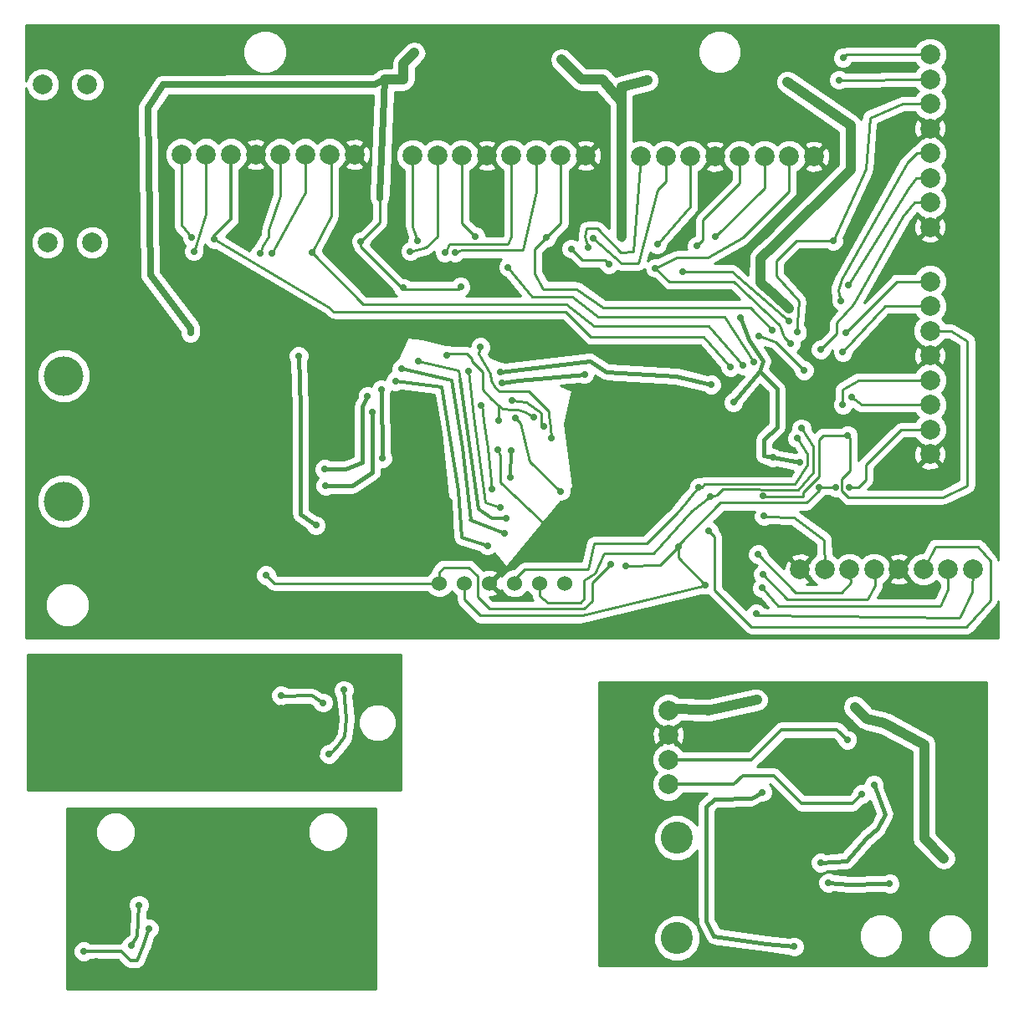
<source format=gbl>
G04 (created by PCBNEW (2013-08-24 BZR 4298)-stable) date Sat 23 Aug 2014 12:00:54 PM PDT*
%MOIN*%
G04 Gerber Fmt 3.4, Leading zero omitted, Abs format*
%FSLAX34Y34*%
G01*
G70*
G90*
G04 APERTURE LIST*
%ADD10C,0.005906*%
%ADD11C,0.157480*%
%ADD12C,0.078700*%
%ADD13C,0.023622*%
%ADD14R,0.098400X0.098400*%
%ADD15C,0.078740*%
%ADD16C,0.060000*%
%ADD17C,0.011811*%
%ADD18R,0.078740X0.035433*%
%ADD19R,0.035433X0.078740*%
%ADD20C,0.127953*%
%ADD21C,0.019685*%
%ADD22R,0.082677X0.082677*%
%ADD23C,0.027559*%
%ADD24C,0.009843*%
%ADD25C,0.039370*%
%ADD26C,0.015748*%
%ADD27C,0.027559*%
%ADD28C,0.019685*%
%ADD29C,0.011811*%
%ADD30C,0.013780*%
%ADD31C,0.010000*%
G04 APERTURE END LIST*
G54D10*
G54D11*
X35681Y-38389D03*
X35681Y-33389D03*
G54D12*
X36811Y-28070D03*
X35039Y-28070D03*
X36614Y-21771D03*
X34842Y-21771D03*
G54D13*
X50003Y-35208D03*
X49703Y-34908D03*
X49703Y-35508D03*
X50303Y-34908D03*
X50303Y-35508D03*
G54D14*
X50003Y-35208D03*
G54D15*
X44311Y-24566D03*
X45295Y-24566D03*
X41358Y-24566D03*
X40374Y-24566D03*
X42342Y-24566D03*
X43326Y-24566D03*
X47263Y-24566D03*
X46279Y-24566D03*
X67972Y-41102D03*
X66988Y-41102D03*
X70925Y-41102D03*
X71909Y-41102D03*
X69940Y-41102D03*
X68956Y-41102D03*
X65019Y-41102D03*
X66003Y-41102D03*
X70196Y-33562D03*
X70196Y-34547D03*
X70196Y-30610D03*
X70196Y-29625D03*
X70196Y-31594D03*
X70196Y-32578D03*
X70196Y-36515D03*
X70196Y-35531D03*
X70196Y-24507D03*
X70196Y-25492D03*
X70196Y-21555D03*
X70196Y-20570D03*
X70196Y-22539D03*
X70196Y-23523D03*
X70196Y-27460D03*
X70196Y-26476D03*
X53523Y-24606D03*
X54507Y-24606D03*
X50570Y-24606D03*
X49586Y-24606D03*
X51555Y-24606D03*
X52539Y-24606D03*
X56476Y-24606D03*
X55492Y-24606D03*
X62618Y-24645D03*
X63602Y-24645D03*
X59665Y-24645D03*
X58681Y-24645D03*
X60649Y-24645D03*
X61633Y-24645D03*
X65570Y-24645D03*
X64586Y-24645D03*
G54D16*
X54641Y-41657D03*
X55641Y-41659D03*
X50649Y-41657D03*
X51649Y-41659D03*
X53645Y-41659D03*
X52645Y-41657D03*
G54D17*
X43031Y-29921D03*
G54D18*
X43031Y-29921D03*
G54D17*
X42755Y-29921D03*
X43307Y-29921D03*
X56594Y-29291D03*
G54D18*
X56594Y-29291D03*
G54D17*
X56318Y-29291D03*
X56870Y-29291D03*
X66102Y-33858D03*
G54D19*
X66102Y-33858D03*
G54D17*
X66102Y-33582D03*
X66102Y-34133D03*
X65413Y-29980D03*
G54D19*
X65413Y-29980D03*
G54D17*
X65413Y-29704D03*
X65413Y-30255D03*
X62129Y-41169D03*
G54D19*
X62129Y-41169D03*
G54D17*
X62129Y-40893D03*
X62129Y-41444D03*
X50393Y-29212D03*
G54D18*
X50393Y-29212D03*
G54D17*
X50118Y-29212D03*
X50669Y-29212D03*
G54D20*
X60118Y-55809D03*
X60118Y-51809D03*
G54D21*
X66023Y-49281D03*
X65797Y-49055D03*
X65797Y-49507D03*
X66250Y-49055D03*
X66250Y-49507D03*
G54D22*
X66023Y-49281D03*
G54D15*
X59773Y-47716D03*
X59773Y-46732D03*
X59773Y-49685D03*
X59773Y-48700D03*
G54D23*
X47519Y-28031D03*
X49212Y-29881D03*
X58070Y-40984D03*
X50944Y-32559D03*
X61244Y-41728D03*
X60165Y-40220D03*
X65763Y-37854D03*
X66444Y-37850D03*
X64015Y-28169D03*
X64586Y-30688D03*
X63503Y-29744D03*
X64507Y-21673D03*
X58937Y-21614D03*
X57952Y-27893D03*
X49645Y-20511D03*
X55511Y-20787D03*
X51496Y-29842D03*
X63937Y-36653D03*
X54409Y-35039D03*
X65000Y-36840D03*
X40728Y-31673D03*
X53011Y-35177D03*
X62362Y-34448D03*
X62637Y-31062D03*
X48334Y-33925D03*
X48385Y-36673D03*
X65842Y-52801D03*
X67962Y-49704D03*
X53070Y-33228D03*
X61476Y-33740D03*
X56427Y-33326D03*
X53149Y-33661D03*
X53070Y-38622D03*
X51811Y-33188D03*
X53661Y-35078D03*
X55472Y-37992D03*
X49409Y-38031D03*
X43425Y-42086D03*
X52992Y-36338D03*
X61338Y-42677D03*
X62062Y-40181D03*
X66160Y-32776D03*
X65472Y-29074D03*
X55452Y-29192D03*
X41299Y-20354D03*
X49212Y-29291D03*
X58503Y-30118D03*
X41968Y-29881D03*
X35590Y-24842D03*
X54015Y-32362D03*
X62933Y-36692D03*
X60393Y-32322D03*
X63070Y-34527D03*
X58681Y-39232D03*
X50196Y-40413D03*
X47755Y-32165D03*
X46889Y-36141D03*
X39133Y-31850D03*
X46082Y-33700D03*
X44901Y-39448D03*
X41998Y-45088D03*
X44329Y-46634D03*
X46722Y-49419D03*
X46407Y-47135D03*
X70757Y-46397D03*
X64921Y-48080D03*
X64645Y-52037D03*
X66374Y-51462D03*
X68671Y-49704D03*
X38366Y-53858D03*
X36988Y-56732D03*
X37834Y-56830D03*
X46013Y-46427D03*
X44340Y-46131D03*
X38681Y-54488D03*
X38366Y-56102D03*
X40787Y-27874D03*
X40866Y-28425D03*
X43503Y-28503D03*
X43976Y-28503D03*
X63267Y-42874D03*
X63503Y-41850D03*
X63543Y-41299D03*
X63346Y-40511D03*
X49763Y-28011D03*
X49488Y-28425D03*
X50866Y-28464D03*
X51259Y-28464D03*
X56574Y-28287D03*
X56791Y-27913D03*
X60905Y-28208D03*
X61653Y-27854D03*
X66732Y-20708D03*
X66574Y-21594D03*
X66653Y-30393D03*
X66929Y-29763D03*
X66838Y-31681D03*
X66724Y-32433D03*
X66724Y-34539D03*
X67066Y-34236D03*
X67470Y-50078D03*
X66899Y-47913D03*
X68592Y-53641D03*
X66145Y-53600D03*
X52755Y-37913D03*
X52322Y-34566D03*
X52559Y-40157D03*
X48897Y-33602D03*
X53228Y-39685D03*
X49133Y-33110D03*
X53307Y-39055D03*
X49803Y-32795D03*
X45728Y-39350D03*
X45039Y-32598D03*
X53464Y-37440D03*
X53503Y-36377D03*
X61456Y-38208D03*
X65070Y-35484D03*
X60984Y-37834D03*
X64905Y-35885D03*
X64566Y-31220D03*
X60354Y-29232D03*
X59330Y-28149D03*
X63917Y-31558D03*
X54921Y-27874D03*
X63188Y-32854D03*
X53385Y-29055D03*
X52086Y-27834D03*
X62755Y-32972D03*
X45590Y-28464D03*
X62244Y-33031D03*
X41692Y-27952D03*
X63582Y-38976D03*
X61381Y-39570D03*
X66978Y-37824D03*
X63543Y-38183D03*
X66909Y-35757D03*
X65846Y-32342D03*
X64901Y-31653D03*
X66338Y-28011D03*
X64645Y-32106D03*
X59251Y-29094D03*
X52283Y-32244D03*
X55118Y-35866D03*
X63385Y-31811D03*
X65177Y-33169D03*
X46250Y-48474D03*
X46840Y-45915D03*
X39074Y-55433D03*
X36476Y-56338D03*
X47783Y-34196D03*
X46074Y-37110D03*
X47984Y-34826D03*
X46114Y-37771D03*
X64779Y-56151D03*
X63503Y-49990D03*
X55905Y-28326D03*
X57401Y-28937D03*
X63297Y-46299D03*
X70748Y-52627D03*
X67194Y-46594D03*
X68375Y-47244D03*
X53543Y-34370D03*
X54803Y-35393D03*
X43740Y-41338D03*
X57480Y-40905D03*
G54D24*
X49192Y-29901D02*
X49212Y-29881D01*
X51649Y-42318D02*
X51649Y-41659D01*
X52283Y-42952D02*
X51649Y-42318D01*
X56338Y-42952D02*
X52283Y-42952D01*
X61259Y-41732D02*
X56338Y-42952D01*
X58070Y-40984D02*
X59444Y-40940D01*
X59444Y-40940D02*
X60165Y-40220D01*
X53011Y-34586D02*
X52716Y-34291D01*
X51929Y-32795D02*
X52362Y-33228D01*
X52362Y-33228D02*
X52362Y-33937D01*
X52362Y-33937D02*
X52716Y-34291D01*
X51732Y-32519D02*
X51929Y-32716D01*
X50984Y-32519D02*
X51732Y-32519D01*
X50944Y-32559D02*
X50984Y-32519D01*
X51929Y-32716D02*
X51929Y-32795D01*
X60165Y-40649D02*
X60165Y-40220D01*
X61244Y-41728D02*
X60165Y-40649D01*
X65763Y-37854D02*
X65763Y-37976D01*
X60165Y-40145D02*
X60165Y-40220D01*
X61858Y-38452D02*
X60165Y-40145D01*
X65287Y-38452D02*
X61858Y-38452D01*
X65763Y-37976D02*
X65287Y-38452D01*
X65906Y-37844D02*
X66444Y-37850D01*
X65906Y-37844D02*
X65763Y-37854D01*
G54D25*
X63996Y-30157D02*
X63503Y-29744D01*
X64586Y-30688D02*
X63996Y-30157D01*
X64507Y-21673D02*
X67027Y-23405D01*
X67027Y-23405D02*
X67027Y-24881D01*
X67027Y-25157D02*
X67027Y-24881D01*
X63444Y-28700D02*
X64015Y-28169D01*
X64015Y-28169D02*
X67027Y-25157D01*
X63437Y-29677D02*
X63444Y-28700D01*
G54D26*
X63437Y-29677D02*
X63503Y-29744D01*
G54D25*
X57893Y-22480D02*
X57893Y-21870D01*
X57893Y-21870D02*
X58937Y-21614D01*
X57144Y-21573D02*
X56297Y-21573D01*
G54D24*
X57952Y-27893D02*
X57893Y-27992D01*
X57893Y-27992D02*
X57893Y-27854D01*
G54D25*
X48464Y-21573D02*
X49212Y-21573D01*
X57893Y-22480D02*
X57893Y-27854D01*
X57144Y-21573D02*
X57893Y-22480D01*
X49212Y-20944D02*
X49212Y-21573D01*
X49645Y-20511D02*
X49212Y-20944D01*
X56297Y-21573D02*
X55511Y-20787D01*
G54D24*
X47519Y-28228D02*
X47519Y-28031D01*
X49212Y-29921D02*
X49192Y-29901D01*
X49192Y-29901D02*
X47519Y-28228D01*
X51417Y-29921D02*
X49212Y-29921D01*
X51496Y-29842D02*
X51417Y-29921D01*
X48275Y-26140D02*
X48275Y-27276D01*
X48275Y-27276D02*
X47519Y-28031D01*
X53011Y-35177D02*
X53011Y-34586D01*
X54078Y-34841D02*
X54409Y-35039D01*
X53781Y-34724D02*
X54078Y-34841D01*
X53543Y-34724D02*
X53781Y-34724D01*
X53192Y-34689D02*
X53543Y-34724D01*
X53011Y-34586D02*
X53192Y-34689D01*
G54D26*
X63582Y-36574D02*
X63582Y-35944D01*
G54D24*
X63396Y-33200D02*
X63396Y-33200D01*
G54D26*
X64094Y-33897D02*
X63396Y-33200D01*
X64094Y-35433D02*
X64094Y-33897D01*
X63582Y-35944D02*
X64094Y-35433D01*
X63937Y-36653D02*
X65000Y-36840D01*
X63582Y-36574D02*
X63937Y-36653D01*
G54D27*
X48464Y-21565D02*
X48464Y-21573D01*
X39133Y-29370D02*
X39027Y-22714D01*
X40728Y-31496D02*
X39133Y-29370D01*
X48070Y-21771D02*
X48464Y-21565D01*
X39630Y-21786D02*
X48070Y-21771D01*
X39027Y-22714D02*
X39630Y-21786D01*
X40728Y-31673D02*
X40728Y-31496D01*
X48464Y-21573D02*
X48275Y-26140D01*
X48275Y-26140D02*
X48267Y-26299D01*
G54D26*
X63396Y-33200D02*
X62362Y-34448D01*
X62637Y-31062D02*
X62992Y-31948D01*
X63543Y-32814D02*
X63396Y-33200D01*
X63543Y-32814D02*
X62992Y-31948D01*
X48334Y-33925D02*
X48385Y-36673D01*
X67645Y-51832D02*
X67645Y-51832D01*
X66866Y-52730D02*
X67645Y-51832D01*
X65842Y-52801D02*
X66866Y-52730D01*
X67644Y-51836D02*
X67645Y-51832D01*
X67645Y-51832D02*
X68125Y-51427D01*
X68405Y-50856D02*
X67962Y-49704D01*
X68125Y-51427D02*
X68405Y-50856D01*
X67644Y-51836D02*
X67645Y-51827D01*
X61476Y-33740D02*
X60078Y-33405D01*
X60078Y-33405D02*
X57303Y-33228D01*
X57303Y-33228D02*
X56653Y-32795D01*
X56653Y-32795D02*
X53070Y-33228D01*
X53149Y-33661D02*
X53818Y-33582D01*
X53818Y-33582D02*
X56427Y-33326D01*
G54D24*
X53070Y-38622D02*
X52480Y-38425D01*
X52480Y-38425D02*
X52007Y-35000D01*
X52007Y-35000D02*
X51811Y-33188D01*
X55472Y-37992D02*
X54251Y-36811D01*
X54251Y-36811D02*
X53877Y-35275D01*
X53877Y-35275D02*
X53661Y-35078D01*
X53070Y-37637D02*
X55354Y-39763D01*
X53070Y-36574D02*
X53070Y-37637D01*
X52992Y-36338D02*
X53070Y-36574D01*
X54015Y-32362D02*
X54015Y-32381D01*
X58681Y-39232D02*
X58681Y-39222D01*
G54D28*
X47755Y-32165D02*
X47755Y-32125D01*
G54D27*
X46889Y-36141D02*
X46889Y-36153D01*
G54D29*
X46407Y-47135D02*
X46446Y-47175D01*
G54D25*
X70797Y-46437D02*
X70875Y-46437D01*
X70757Y-46397D02*
X70797Y-46437D01*
G54D26*
X64645Y-52037D02*
X64661Y-52021D01*
G54D29*
X37834Y-56830D02*
X37795Y-56870D01*
X45580Y-46151D02*
X44301Y-46171D01*
X46013Y-46427D02*
X45580Y-46151D01*
X44301Y-46171D02*
X44340Y-46131D01*
X38622Y-55748D02*
X38681Y-54488D01*
X38366Y-56102D02*
X38622Y-55748D01*
G54D24*
X40374Y-27381D02*
X40374Y-24566D01*
X40787Y-27874D02*
X40374Y-27381D01*
X41358Y-26948D02*
X41358Y-24566D01*
X40866Y-28425D02*
X41358Y-26948D01*
X44311Y-26200D02*
X44311Y-24566D01*
X43858Y-27559D02*
X44311Y-26200D01*
X43858Y-27834D02*
X43858Y-27559D01*
X43622Y-28188D02*
X43858Y-27834D01*
X43503Y-28503D02*
X43622Y-28188D01*
X45295Y-26082D02*
X45295Y-24566D01*
X43976Y-28503D02*
X45295Y-26082D01*
X63267Y-42874D02*
X63346Y-42952D01*
X63346Y-42952D02*
X71377Y-43031D01*
X71377Y-43031D02*
X71889Y-42007D01*
X71909Y-41102D02*
X71889Y-42007D01*
X70925Y-41889D02*
X70925Y-41102D01*
X70602Y-42586D02*
X70925Y-41889D01*
X64149Y-42586D02*
X70602Y-42586D01*
X63503Y-41850D02*
X64149Y-42586D01*
X68011Y-41751D02*
X67972Y-41102D01*
X67708Y-42303D02*
X68011Y-41751D01*
X64519Y-42303D02*
X67708Y-42303D01*
X63543Y-41299D02*
X64519Y-42303D01*
X67047Y-41653D02*
X66988Y-41102D01*
X66673Y-42047D02*
X67047Y-41653D01*
X64834Y-42027D02*
X66673Y-42047D01*
X63346Y-40511D02*
X64834Y-42027D01*
X49586Y-24606D02*
X49586Y-27421D01*
X49586Y-27421D02*
X49763Y-28011D01*
X50570Y-27854D02*
X50570Y-24606D01*
X49488Y-28425D02*
X50118Y-28279D01*
X50118Y-28279D02*
X50570Y-27854D01*
X53523Y-25610D02*
X53523Y-24606D01*
X53523Y-27834D02*
X53523Y-25610D01*
X53385Y-28129D02*
X53523Y-27834D01*
X51043Y-28129D02*
X53385Y-28129D01*
X50905Y-28425D02*
X51043Y-28129D01*
X50866Y-28464D02*
X50905Y-28425D01*
X54507Y-26043D02*
X54507Y-24606D01*
X53976Y-28385D02*
X54507Y-26043D01*
X51535Y-28385D02*
X53976Y-28385D01*
X51259Y-28464D02*
X51535Y-28385D01*
X58366Y-28444D02*
X58681Y-24645D01*
X56515Y-27519D02*
X56948Y-27519D01*
X56948Y-27519D02*
X57874Y-28484D01*
X57874Y-28484D02*
X58366Y-28444D01*
X56456Y-27854D02*
X56515Y-27519D01*
X56574Y-28287D02*
X56456Y-27854D01*
X59665Y-25649D02*
X59665Y-24645D01*
X59350Y-25964D02*
X59665Y-25649D01*
X58582Y-28897D02*
X59350Y-25964D01*
X56791Y-27913D02*
X57893Y-28897D01*
X57893Y-28897D02*
X58582Y-28897D01*
X62618Y-25708D02*
X62618Y-24645D01*
X61141Y-27185D02*
X62618Y-25708D01*
X61141Y-27972D02*
X61141Y-27185D01*
X60905Y-28208D02*
X61141Y-27972D01*
X63602Y-25905D02*
X63602Y-24645D01*
X61653Y-27854D02*
X63602Y-25905D01*
X66870Y-20570D02*
X70196Y-20570D01*
X66732Y-20708D02*
X66870Y-20570D01*
X66574Y-21594D02*
X70196Y-21555D01*
X69212Y-25039D02*
X69311Y-24862D01*
X66574Y-30137D02*
X66535Y-29960D01*
X66535Y-29960D02*
X66692Y-29527D01*
X66692Y-29527D02*
X69212Y-25039D01*
X66653Y-30393D02*
X66574Y-30137D01*
X69665Y-24507D02*
X70196Y-24507D01*
X69311Y-24862D02*
X69665Y-24507D01*
X69350Y-25905D02*
X69429Y-25787D01*
X66929Y-29763D02*
X69350Y-25905D01*
X69645Y-25492D02*
X70196Y-25492D01*
X69429Y-25787D02*
X69645Y-25492D01*
X68868Y-29625D02*
X70196Y-29625D01*
X66838Y-31681D02*
X68868Y-29625D01*
X68395Y-30610D02*
X70196Y-30610D01*
X66724Y-32433D02*
X68395Y-30610D01*
X67342Y-33562D02*
X70196Y-33562D01*
X66698Y-33954D02*
X67342Y-33562D01*
X66698Y-34220D02*
X66698Y-33954D01*
X66724Y-34539D02*
X66698Y-34220D01*
X67460Y-34547D02*
X70196Y-34547D01*
X67066Y-34236D02*
X67460Y-34547D01*
G54D30*
X62372Y-49685D02*
X59773Y-49685D01*
X62726Y-49330D02*
X62372Y-49685D01*
X63966Y-49330D02*
X62726Y-49330D01*
X65068Y-50433D02*
X63966Y-49330D01*
X67116Y-50433D02*
X65068Y-50433D01*
X67470Y-50078D02*
X67116Y-50433D01*
X63080Y-48700D02*
X59773Y-48700D01*
X64281Y-47500D02*
X63080Y-48700D01*
X66486Y-47500D02*
X64281Y-47500D01*
X66899Y-47913D02*
X66486Y-47500D01*
G54D26*
X68592Y-53641D02*
X68257Y-53641D01*
X66984Y-53659D02*
X68257Y-53641D01*
X66145Y-53600D02*
X66984Y-53659D01*
X52322Y-34566D02*
X52326Y-34522D01*
G54D24*
X52326Y-34522D02*
X52401Y-35157D01*
X52401Y-35157D02*
X52578Y-36259D01*
X52578Y-36259D02*
X52755Y-37913D01*
G54D29*
X52559Y-40157D02*
X51536Y-39842D01*
X51536Y-39842D02*
X51421Y-37964D01*
X51421Y-37964D02*
X50748Y-33838D01*
X50748Y-33838D02*
X48897Y-33602D01*
X53228Y-39685D02*
X51889Y-39133D01*
X51909Y-39153D02*
X51562Y-36283D01*
X51141Y-33562D02*
X49133Y-33110D01*
X51562Y-36283D02*
X51141Y-33562D01*
X53307Y-39055D02*
X52755Y-39055D01*
X52755Y-39055D02*
X52204Y-38700D01*
X52204Y-38700D02*
X51484Y-33551D01*
G54D24*
X51419Y-33162D02*
X49803Y-32795D01*
X51484Y-33551D02*
X51419Y-33162D01*
X45728Y-39350D02*
X45685Y-39307D01*
G54D26*
X45122Y-38917D02*
X45122Y-34657D01*
X45685Y-39307D02*
X45122Y-38917D01*
X45122Y-34657D02*
X45039Y-32598D01*
G54D29*
X53464Y-37440D02*
X53503Y-36377D01*
G54D24*
X54641Y-41657D02*
X54641Y-42161D01*
X60708Y-38779D02*
X61456Y-38208D01*
X59173Y-40472D02*
X60708Y-38779D01*
X57204Y-40472D02*
X59173Y-40472D01*
X56850Y-41259D02*
X57204Y-40472D01*
X56417Y-41535D02*
X56850Y-41259D01*
X56259Y-42421D02*
X56417Y-42283D01*
X56417Y-42283D02*
X56417Y-41535D01*
X54960Y-42421D02*
X56259Y-42421D01*
X54641Y-42161D02*
X54960Y-42421D01*
X65070Y-35484D02*
X65541Y-36190D01*
X65541Y-36190D02*
X65541Y-37234D01*
X65541Y-37234D02*
X64940Y-37938D01*
X64940Y-37938D02*
X61948Y-37913D01*
X61948Y-37913D02*
X61712Y-38149D01*
X61515Y-38188D02*
X61712Y-38149D01*
X61456Y-38208D02*
X61515Y-38188D01*
X60984Y-37834D02*
X60708Y-38149D01*
X53645Y-41511D02*
X53645Y-41659D01*
X54055Y-41102D02*
X53645Y-41511D01*
X56574Y-41102D02*
X54055Y-41102D01*
X56811Y-40078D02*
X56574Y-41102D01*
X58897Y-40078D02*
X56811Y-40078D01*
X60118Y-38858D02*
X58897Y-40078D01*
X60472Y-38425D02*
X60118Y-38858D01*
X60708Y-38149D02*
X60472Y-38425D01*
X65295Y-36496D02*
X64905Y-35885D01*
X65295Y-36948D02*
X65295Y-36496D01*
X64818Y-37704D02*
X65295Y-36948D01*
X61106Y-37850D02*
X61220Y-37693D01*
X61220Y-37693D02*
X64818Y-37704D01*
X60984Y-37834D02*
X61106Y-37850D01*
X62294Y-29232D02*
X60354Y-29232D01*
X62294Y-29232D02*
X64566Y-31220D01*
X60649Y-26653D02*
X60649Y-24645D01*
X59330Y-28149D02*
X60649Y-26653D01*
X54921Y-27874D02*
X54448Y-28346D01*
X54448Y-29291D02*
X54448Y-28346D01*
X54763Y-29921D02*
X54448Y-29291D01*
X56102Y-29921D02*
X54763Y-29921D01*
X57165Y-30669D02*
X56102Y-29921D01*
X63028Y-30669D02*
X57165Y-30669D01*
X63028Y-30669D02*
X63917Y-31558D01*
X55492Y-27303D02*
X55492Y-24606D01*
X54921Y-27874D02*
X55492Y-27303D01*
X55944Y-30236D02*
X54330Y-30236D01*
X56968Y-31023D02*
X55944Y-30236D01*
X58346Y-31023D02*
X56968Y-31023D01*
X62007Y-31023D02*
X58346Y-31023D01*
X63188Y-32854D02*
X62007Y-31023D01*
X53385Y-29055D02*
X53385Y-29055D01*
X54330Y-30236D02*
X53385Y-29055D01*
X51555Y-24606D02*
X51555Y-27303D01*
X51555Y-27303D02*
X52086Y-27834D01*
X62755Y-32972D02*
X61377Y-31417D01*
X61377Y-31417D02*
X56811Y-31417D01*
X56811Y-31417D02*
X55708Y-30551D01*
X55708Y-30551D02*
X47598Y-30551D01*
X47598Y-30551D02*
X45590Y-28464D01*
X45590Y-28464D02*
X46338Y-27007D01*
X46338Y-24625D02*
X46279Y-24566D01*
X46338Y-27007D02*
X46338Y-24625D01*
G54D29*
X41692Y-27952D02*
X41692Y-27795D01*
X42342Y-27145D02*
X42342Y-24566D01*
X41692Y-27795D02*
X42342Y-27145D01*
G54D24*
X46220Y-30629D02*
X41692Y-27952D01*
X46456Y-30826D02*
X46220Y-30629D01*
X55669Y-30826D02*
X46456Y-30826D01*
X56692Y-31850D02*
X55669Y-30826D01*
X61181Y-31850D02*
X56692Y-31850D01*
X62244Y-33031D02*
X61181Y-31850D01*
X65984Y-39921D02*
X66003Y-41102D01*
X63582Y-38976D02*
X63598Y-38992D01*
X63598Y-38992D02*
X64763Y-39035D01*
X64763Y-39035D02*
X65984Y-39921D01*
X70404Y-40194D02*
X72103Y-40194D01*
X61614Y-39803D02*
X61381Y-39570D01*
X61614Y-41929D02*
X61614Y-39803D01*
X63090Y-43405D02*
X61614Y-41929D01*
X71653Y-43405D02*
X63090Y-43405D01*
X72598Y-42322D02*
X71653Y-43405D01*
X72598Y-40787D02*
X72598Y-42322D01*
X72103Y-40194D02*
X72598Y-40787D01*
X70404Y-40194D02*
X69940Y-41102D01*
X70196Y-35531D02*
X69045Y-35531D01*
X67332Y-37824D02*
X66978Y-37824D01*
X67627Y-37529D02*
X67332Y-37824D01*
X67627Y-36948D02*
X67627Y-37529D01*
X69045Y-35531D02*
X67627Y-36948D01*
X65145Y-38200D02*
X65145Y-38035D01*
X65145Y-38035D02*
X65787Y-37393D01*
X65787Y-37393D02*
X65787Y-35929D01*
X65787Y-35929D02*
X65958Y-35757D01*
X65958Y-35757D02*
X66909Y-35757D01*
X63560Y-38200D02*
X65145Y-38200D01*
X63543Y-38183D02*
X63560Y-38200D01*
X71043Y-31614D02*
X70196Y-31594D01*
X71692Y-31988D02*
X71043Y-31614D01*
X71692Y-37755D02*
X71692Y-35826D01*
X71692Y-35826D02*
X71692Y-31988D01*
X70708Y-38228D02*
X71692Y-37755D01*
X66948Y-38248D02*
X70708Y-38228D01*
X66683Y-37982D02*
X66948Y-38248D01*
X66683Y-37509D02*
X66683Y-37982D01*
X67017Y-37175D02*
X66683Y-37509D01*
X67017Y-35866D02*
X67017Y-37175D01*
X66909Y-35757D02*
X67017Y-35866D01*
X70196Y-26476D02*
X69566Y-26476D01*
X69114Y-27047D02*
X69566Y-26476D01*
X67145Y-30531D02*
X69114Y-27047D01*
X66476Y-31279D02*
X67145Y-30531D01*
X66476Y-31712D02*
X66476Y-31279D01*
X66476Y-31712D02*
X65846Y-32342D01*
X64862Y-28011D02*
X66338Y-28011D01*
X64074Y-28799D02*
X64862Y-28011D01*
X64074Y-29409D02*
X64074Y-28799D01*
X64960Y-30393D02*
X64074Y-29409D01*
X64862Y-31692D02*
X64960Y-30393D01*
X64901Y-31653D02*
X64862Y-31692D01*
X69114Y-22539D02*
X70196Y-22539D01*
X67795Y-23090D02*
X69114Y-22539D01*
X67627Y-25153D02*
X67795Y-23090D01*
X66338Y-28011D02*
X67627Y-25153D01*
X59803Y-29645D02*
X59251Y-29094D01*
X62381Y-29645D02*
X59803Y-29645D01*
X64212Y-31377D02*
X62381Y-29645D01*
X64370Y-31830D02*
X64212Y-31377D01*
X64645Y-32106D02*
X64370Y-31830D01*
X64586Y-26023D02*
X64586Y-24645D01*
X59251Y-29094D02*
X60118Y-28681D01*
X60118Y-28681D02*
X61358Y-28661D01*
X61358Y-28661D02*
X62736Y-27874D01*
X62736Y-27874D02*
X64586Y-26023D01*
X52224Y-32500D02*
X52283Y-32244D01*
X52677Y-33307D02*
X52224Y-32500D01*
X52716Y-33582D02*
X52677Y-33307D01*
X52874Y-33858D02*
X52716Y-33582D01*
X53051Y-34015D02*
X52874Y-33858D01*
X54212Y-34015D02*
X53051Y-34015D01*
X55000Y-34803D02*
X54212Y-34015D01*
X55000Y-34960D02*
X55000Y-34803D01*
X55039Y-35196D02*
X55000Y-34960D01*
X55078Y-35433D02*
X55039Y-35196D01*
X55118Y-35866D02*
X55078Y-35433D01*
X63385Y-31811D02*
X63405Y-31791D01*
X63405Y-31791D02*
X64035Y-32027D01*
X64035Y-32027D02*
X65177Y-33169D01*
G54D29*
X46643Y-48120D02*
X46879Y-47765D01*
X46250Y-48474D02*
X46407Y-48356D01*
X46407Y-48356D02*
X46643Y-48120D01*
X46958Y-47057D02*
X46840Y-45915D01*
X46879Y-47765D02*
X46958Y-47057D01*
X38838Y-56141D02*
X39074Y-55433D01*
X38602Y-56692D02*
X38838Y-56141D01*
X38326Y-56692D02*
X38602Y-56692D01*
X36476Y-56338D02*
X37969Y-56334D01*
X37969Y-56334D02*
X38326Y-56692D01*
G54D26*
X46905Y-37110D02*
X46074Y-37110D01*
X47586Y-36850D02*
X46905Y-37110D01*
X47586Y-34598D02*
X47586Y-36850D01*
X47783Y-34196D02*
X47586Y-34598D01*
X47173Y-37771D02*
X46114Y-37771D01*
X47988Y-37228D02*
X47173Y-37771D01*
X47968Y-34842D02*
X47988Y-37228D01*
G54D24*
X47984Y-34826D02*
X47968Y-34842D01*
G54D26*
X61291Y-55135D02*
X61267Y-50572D01*
X61590Y-55734D02*
X61291Y-55135D01*
X63661Y-56021D02*
X61590Y-55734D01*
X64779Y-56151D02*
X63661Y-56021D01*
X63503Y-49990D02*
X63070Y-50226D01*
X63070Y-50226D02*
X61598Y-50273D01*
X61598Y-50273D02*
X61267Y-50572D01*
G54D24*
X56358Y-28779D02*
X55905Y-28326D01*
X57244Y-28779D02*
X56358Y-28779D01*
X57401Y-28937D02*
X57244Y-28779D01*
G54D25*
X61387Y-46712D02*
X59753Y-46673D01*
G54D26*
X61395Y-46740D02*
X61348Y-46732D01*
G54D25*
X61348Y-46732D02*
X63297Y-46299D01*
X69960Y-48090D02*
X68375Y-47244D01*
X69960Y-51840D02*
X69960Y-48090D01*
X70748Y-52627D02*
X69960Y-51840D01*
X68375Y-47244D02*
X67667Y-47066D01*
X67667Y-47066D02*
X67194Y-46594D01*
G54D24*
X54094Y-34448D02*
X53543Y-34370D01*
X54803Y-35393D02*
X54724Y-35314D01*
X54724Y-35314D02*
X54724Y-34881D01*
X54724Y-34881D02*
X54094Y-34448D01*
X53543Y-34370D02*
X53543Y-34370D01*
X50649Y-41657D02*
X44059Y-41657D01*
X44059Y-41657D02*
X43740Y-41338D01*
X50649Y-41200D02*
X50649Y-41657D01*
X50826Y-41023D02*
X50649Y-41200D01*
X51811Y-41023D02*
X50826Y-41023D01*
X52165Y-41377D02*
X51811Y-41023D01*
X52165Y-42204D02*
X52165Y-41377D01*
X52637Y-42677D02*
X52165Y-42204D01*
X56417Y-42677D02*
X52637Y-42677D01*
X56732Y-42362D02*
X56417Y-42677D01*
X56732Y-41653D02*
X56732Y-42362D01*
X57480Y-40905D02*
X56732Y-41653D01*
G54D10*
G36*
X65672Y-41701D02*
X65277Y-41696D01*
X65363Y-41661D01*
X65402Y-41556D01*
X65019Y-41173D01*
X65014Y-41178D01*
X64943Y-41107D01*
X64948Y-41102D01*
X64565Y-40719D01*
X64460Y-40758D01*
X64371Y-40998D01*
X64374Y-41080D01*
X63770Y-40464D01*
X63770Y-40427D01*
X63706Y-40271D01*
X63586Y-40152D01*
X63431Y-40087D01*
X63262Y-40087D01*
X63106Y-40152D01*
X62987Y-40271D01*
X62922Y-40427D01*
X62922Y-40595D01*
X62986Y-40751D01*
X63105Y-40871D01*
X63261Y-40935D01*
X63292Y-40935D01*
X63299Y-40943D01*
X63184Y-41058D01*
X63119Y-41214D01*
X63119Y-41383D01*
X63183Y-41539D01*
X63199Y-41555D01*
X63144Y-41609D01*
X63079Y-41765D01*
X63079Y-41934D01*
X63144Y-42090D01*
X63263Y-42209D01*
X63419Y-42274D01*
X63429Y-42274D01*
X63733Y-42621D01*
X63613Y-42619D01*
X63508Y-42514D01*
X63352Y-42450D01*
X63183Y-42449D01*
X63027Y-42514D01*
X62908Y-42633D01*
X62874Y-42715D01*
X61949Y-41790D01*
X61949Y-39803D01*
X61924Y-39674D01*
X61851Y-39565D01*
X61805Y-39520D01*
X61805Y-39486D01*
X61741Y-39330D01*
X61622Y-39211D01*
X61588Y-39197D01*
X61997Y-38788D01*
X63201Y-38788D01*
X63158Y-38891D01*
X63158Y-39060D01*
X63223Y-39216D01*
X63342Y-39335D01*
X63497Y-39400D01*
X63666Y-39400D01*
X63822Y-39336D01*
X64649Y-39366D01*
X65651Y-40094D01*
X65658Y-40509D01*
X65619Y-40525D01*
X65427Y-40716D01*
X65402Y-40777D01*
X65402Y-40648D01*
X65363Y-40543D01*
X65123Y-40454D01*
X64867Y-40463D01*
X64675Y-40543D01*
X64636Y-40648D01*
X65019Y-41031D01*
X65402Y-40648D01*
X65402Y-40777D01*
X65393Y-40799D01*
X65090Y-41102D01*
X65393Y-41405D01*
X65427Y-41487D01*
X65618Y-41678D01*
X65672Y-41701D01*
X65672Y-41701D01*
G37*
G54D31*
X65672Y-41701D02*
X65277Y-41696D01*
X65363Y-41661D01*
X65402Y-41556D01*
X65019Y-41173D01*
X65014Y-41178D01*
X64943Y-41107D01*
X64948Y-41102D01*
X64565Y-40719D01*
X64460Y-40758D01*
X64371Y-40998D01*
X64374Y-41080D01*
X63770Y-40464D01*
X63770Y-40427D01*
X63706Y-40271D01*
X63586Y-40152D01*
X63431Y-40087D01*
X63262Y-40087D01*
X63106Y-40152D01*
X62987Y-40271D01*
X62922Y-40427D01*
X62922Y-40595D01*
X62986Y-40751D01*
X63105Y-40871D01*
X63261Y-40935D01*
X63292Y-40935D01*
X63299Y-40943D01*
X63184Y-41058D01*
X63119Y-41214D01*
X63119Y-41383D01*
X63183Y-41539D01*
X63199Y-41555D01*
X63144Y-41609D01*
X63079Y-41765D01*
X63079Y-41934D01*
X63144Y-42090D01*
X63263Y-42209D01*
X63419Y-42274D01*
X63429Y-42274D01*
X63733Y-42621D01*
X63613Y-42619D01*
X63508Y-42514D01*
X63352Y-42450D01*
X63183Y-42449D01*
X63027Y-42514D01*
X62908Y-42633D01*
X62874Y-42715D01*
X61949Y-41790D01*
X61949Y-39803D01*
X61924Y-39674D01*
X61851Y-39565D01*
X61805Y-39520D01*
X61805Y-39486D01*
X61741Y-39330D01*
X61622Y-39211D01*
X61588Y-39197D01*
X61997Y-38788D01*
X63201Y-38788D01*
X63158Y-38891D01*
X63158Y-39060D01*
X63223Y-39216D01*
X63342Y-39335D01*
X63497Y-39400D01*
X63666Y-39400D01*
X63822Y-39336D01*
X64649Y-39366D01*
X65651Y-40094D01*
X65658Y-40509D01*
X65619Y-40525D01*
X65427Y-40716D01*
X65402Y-40777D01*
X65402Y-40648D01*
X65363Y-40543D01*
X65123Y-40454D01*
X64867Y-40463D01*
X64675Y-40543D01*
X64636Y-40648D01*
X65019Y-41031D01*
X65402Y-40648D01*
X65402Y-40777D01*
X65393Y-40799D01*
X65090Y-41102D01*
X65393Y-41405D01*
X65427Y-41487D01*
X65618Y-41678D01*
X65672Y-41701D01*
G54D10*
G36*
X72922Y-43847D02*
X37491Y-43847D01*
X37491Y-27936D01*
X37387Y-27686D01*
X37294Y-27592D01*
X37294Y-21637D01*
X37191Y-21387D01*
X37000Y-21195D01*
X36750Y-21092D01*
X36479Y-21091D01*
X36229Y-21195D01*
X36038Y-21386D01*
X35934Y-21635D01*
X35934Y-21906D01*
X36037Y-22156D01*
X36228Y-22347D01*
X36478Y-22451D01*
X36749Y-22451D01*
X36999Y-22348D01*
X37190Y-22157D01*
X37294Y-21907D01*
X37294Y-21637D01*
X37294Y-27592D01*
X37196Y-27494D01*
X36947Y-27391D01*
X36676Y-27391D01*
X36426Y-27494D01*
X36235Y-27685D01*
X36131Y-27935D01*
X36131Y-28205D01*
X36234Y-28455D01*
X36425Y-28646D01*
X36675Y-28750D01*
X36945Y-28750D01*
X37195Y-28647D01*
X37387Y-28456D01*
X37490Y-28206D01*
X37491Y-27936D01*
X37491Y-43847D01*
X36754Y-43847D01*
X36754Y-38177D01*
X36754Y-33177D01*
X36591Y-32782D01*
X36290Y-32480D01*
X35895Y-32316D01*
X35719Y-32316D01*
X35719Y-27936D01*
X35615Y-27686D01*
X35424Y-27494D01*
X35175Y-27391D01*
X34904Y-27391D01*
X34654Y-27494D01*
X34463Y-27685D01*
X34359Y-27935D01*
X34359Y-28205D01*
X34462Y-28455D01*
X34653Y-28646D01*
X34903Y-28750D01*
X35173Y-28750D01*
X35423Y-28647D01*
X35615Y-28456D01*
X35718Y-28206D01*
X35719Y-27936D01*
X35719Y-32316D01*
X35468Y-32315D01*
X35073Y-32479D01*
X34771Y-32780D01*
X34607Y-33175D01*
X34607Y-33602D01*
X34770Y-33997D01*
X35072Y-34299D01*
X35466Y-34463D01*
X35893Y-34463D01*
X36288Y-34300D01*
X36590Y-33998D01*
X36754Y-33604D01*
X36754Y-33177D01*
X36754Y-38177D01*
X36591Y-37782D01*
X36290Y-37480D01*
X35895Y-37316D01*
X35468Y-37315D01*
X35073Y-37479D01*
X34771Y-37780D01*
X34607Y-38175D01*
X34607Y-38602D01*
X34770Y-38997D01*
X35072Y-39299D01*
X35466Y-39463D01*
X35893Y-39463D01*
X36288Y-39300D01*
X36590Y-38998D01*
X36754Y-38604D01*
X36754Y-38177D01*
X36754Y-43847D01*
X36703Y-43847D01*
X36703Y-42346D01*
X36570Y-42023D01*
X36324Y-41776D01*
X36001Y-41643D01*
X35653Y-41642D01*
X35330Y-41775D01*
X35083Y-42022D01*
X34950Y-42344D01*
X34949Y-42693D01*
X35083Y-43015D01*
X35329Y-43262D01*
X35651Y-43396D01*
X36000Y-43396D01*
X36322Y-43263D01*
X36569Y-43016D01*
X36703Y-42694D01*
X36703Y-42346D01*
X36703Y-43847D01*
X34164Y-43847D01*
X34164Y-21909D01*
X34265Y-22156D01*
X34456Y-22347D01*
X34706Y-22451D01*
X34977Y-22451D01*
X35227Y-22348D01*
X35418Y-22157D01*
X35522Y-21907D01*
X35522Y-21637D01*
X35419Y-21387D01*
X35228Y-21195D01*
X34978Y-21092D01*
X34707Y-21091D01*
X34457Y-21195D01*
X34266Y-21386D01*
X34164Y-21632D01*
X34164Y-19400D01*
X72922Y-19400D01*
X72922Y-40723D01*
X72918Y-40687D01*
X72911Y-40674D01*
X72908Y-40659D01*
X72880Y-40616D01*
X72856Y-40572D01*
X72361Y-39979D01*
X72349Y-39969D01*
X72340Y-39957D01*
X72298Y-39929D01*
X72259Y-39897D01*
X72244Y-39892D01*
X72232Y-39884D01*
X72182Y-39874D01*
X72134Y-39860D01*
X72118Y-39861D01*
X72103Y-39858D01*
X70404Y-39858D01*
X70353Y-39869D01*
X70301Y-39875D01*
X70289Y-39881D01*
X70276Y-39884D01*
X70232Y-39913D01*
X70187Y-39939D01*
X70178Y-39949D01*
X70167Y-39957D01*
X70138Y-40000D01*
X70106Y-40041D01*
X69911Y-40422D01*
X69806Y-40422D01*
X69556Y-40525D01*
X69364Y-40716D01*
X69339Y-40777D01*
X69339Y-40648D01*
X69300Y-40543D01*
X69060Y-40454D01*
X68804Y-40463D01*
X68612Y-40543D01*
X68573Y-40648D01*
X68956Y-41031D01*
X69339Y-40648D01*
X69339Y-40777D01*
X69330Y-40799D01*
X69027Y-41102D01*
X69330Y-41405D01*
X69364Y-41487D01*
X69555Y-41678D01*
X69805Y-41782D01*
X70075Y-41782D01*
X70325Y-41679D01*
X70433Y-41571D01*
X70539Y-41678D01*
X70589Y-41699D01*
X70589Y-41815D01*
X70388Y-42251D01*
X69339Y-42251D01*
X69339Y-41556D01*
X68956Y-41173D01*
X68573Y-41556D01*
X68612Y-41661D01*
X68852Y-41750D01*
X69108Y-41740D01*
X69300Y-41661D01*
X69339Y-41556D01*
X69339Y-42251D01*
X68120Y-42251D01*
X68305Y-41913D01*
X68314Y-41886D01*
X68328Y-41861D01*
X68333Y-41824D01*
X68345Y-41788D01*
X68342Y-41760D01*
X68346Y-41731D01*
X68343Y-41684D01*
X68357Y-41679D01*
X68548Y-41488D01*
X68582Y-41405D01*
X68885Y-41102D01*
X68582Y-40799D01*
X68549Y-40717D01*
X68358Y-40526D01*
X68108Y-40422D01*
X67837Y-40422D01*
X67587Y-40525D01*
X67480Y-40632D01*
X67373Y-40526D01*
X67124Y-40422D01*
X66853Y-40422D01*
X66603Y-40525D01*
X66496Y-40632D01*
X66389Y-40526D01*
X66329Y-40501D01*
X66319Y-39915D01*
X66314Y-39892D01*
X66315Y-39868D01*
X66300Y-39829D01*
X66291Y-39787D01*
X66278Y-39768D01*
X66270Y-39745D01*
X66241Y-39714D01*
X66217Y-39680D01*
X66197Y-39667D01*
X66181Y-39649D01*
X64994Y-38788D01*
X65287Y-38788D01*
X65415Y-38762D01*
X65524Y-38689D01*
X65998Y-38216D01*
X66003Y-38214D01*
X66036Y-38181D01*
X66177Y-38182D01*
X66204Y-38209D01*
X66360Y-38274D01*
X66500Y-38274D01*
X66711Y-38485D01*
X66712Y-38485D01*
X66712Y-38486D01*
X66766Y-38522D01*
X66820Y-38557D01*
X66821Y-38558D01*
X66822Y-38558D01*
X66885Y-38570D01*
X66948Y-38583D01*
X66949Y-38583D01*
X66950Y-38583D01*
X70710Y-38563D01*
X70718Y-38562D01*
X70727Y-38563D01*
X70782Y-38549D01*
X70838Y-38537D01*
X70845Y-38532D01*
X70853Y-38530D01*
X71838Y-38058D01*
X71883Y-38024D01*
X71930Y-37993D01*
X71935Y-37985D01*
X71942Y-37979D01*
X71971Y-37931D01*
X72002Y-37884D01*
X72004Y-37875D01*
X72009Y-37867D01*
X72017Y-37811D01*
X72028Y-37755D01*
X72028Y-35826D01*
X72028Y-31988D01*
X72019Y-31944D01*
X72016Y-31900D01*
X72007Y-31881D01*
X72002Y-31859D01*
X71978Y-31823D01*
X71958Y-31783D01*
X71942Y-31769D01*
X71930Y-31751D01*
X71893Y-31726D01*
X71860Y-31697D01*
X71210Y-31323D01*
X71193Y-31317D01*
X71178Y-31307D01*
X71132Y-31296D01*
X71086Y-31281D01*
X71068Y-31282D01*
X71051Y-31278D01*
X70799Y-31272D01*
X70773Y-31209D01*
X70666Y-31102D01*
X70772Y-30995D01*
X70876Y-30746D01*
X70876Y-30475D01*
X70773Y-30225D01*
X70666Y-30118D01*
X70772Y-30011D01*
X70876Y-29761D01*
X70876Y-29491D01*
X70844Y-29413D01*
X70844Y-27564D01*
X70835Y-27308D01*
X70755Y-27116D01*
X70650Y-27077D01*
X70267Y-27460D01*
X70650Y-27843D01*
X70755Y-27804D01*
X70844Y-27564D01*
X70844Y-29413D01*
X70773Y-29241D01*
X70582Y-29049D01*
X70579Y-29048D01*
X70579Y-27914D01*
X70196Y-27531D01*
X70126Y-27602D01*
X70126Y-27460D01*
X69743Y-27077D01*
X69638Y-27116D01*
X69548Y-27356D01*
X69558Y-27612D01*
X69638Y-27804D01*
X69743Y-27843D01*
X70126Y-27460D01*
X70126Y-27602D01*
X69813Y-27914D01*
X69852Y-28019D01*
X70092Y-28108D01*
X70348Y-28099D01*
X70541Y-28019D01*
X70579Y-27914D01*
X70579Y-29048D01*
X70332Y-28946D01*
X70062Y-28945D01*
X69812Y-29049D01*
X69620Y-29240D01*
X69599Y-29290D01*
X68868Y-29290D01*
X68867Y-29290D01*
X68866Y-29290D01*
X68802Y-29303D01*
X68739Y-29316D01*
X68738Y-29316D01*
X68737Y-29316D01*
X68684Y-29353D01*
X68630Y-29388D01*
X68630Y-29389D01*
X68629Y-29390D01*
X67569Y-30464D01*
X69393Y-27235D01*
X69659Y-26900D01*
X69811Y-27052D01*
X69893Y-27086D01*
X70196Y-27389D01*
X70499Y-27086D01*
X70581Y-27053D01*
X70772Y-26862D01*
X70876Y-26612D01*
X70876Y-26341D01*
X70773Y-26091D01*
X70666Y-25984D01*
X70772Y-25877D01*
X70876Y-25627D01*
X70876Y-25357D01*
X70773Y-25107D01*
X70666Y-24999D01*
X70772Y-24893D01*
X70876Y-24643D01*
X70876Y-24373D01*
X70844Y-24295D01*
X70844Y-23627D01*
X70835Y-23371D01*
X70755Y-23179D01*
X70650Y-23140D01*
X70267Y-23523D01*
X70650Y-23906D01*
X70755Y-23867D01*
X70844Y-23627D01*
X70844Y-24295D01*
X70773Y-24123D01*
X70582Y-23931D01*
X70500Y-23897D01*
X70196Y-23594D01*
X70126Y-23665D01*
X70126Y-23523D01*
X69743Y-23140D01*
X69638Y-23179D01*
X69548Y-23419D01*
X69558Y-23675D01*
X69638Y-23867D01*
X69743Y-23906D01*
X70126Y-23523D01*
X70126Y-23665D01*
X69893Y-23897D01*
X69812Y-23931D01*
X69620Y-24122D01*
X69594Y-24186D01*
X69536Y-24197D01*
X69428Y-24270D01*
X69073Y-24625D01*
X69047Y-24663D01*
X69017Y-24699D01*
X68919Y-24875D01*
X66400Y-29363D01*
X66391Y-29389D01*
X66377Y-29412D01*
X66220Y-29845D01*
X66215Y-29875D01*
X66205Y-29902D01*
X66205Y-29939D01*
X66200Y-29975D01*
X66207Y-30003D01*
X66207Y-30033D01*
X66247Y-30210D01*
X66252Y-30222D01*
X66254Y-30236D01*
X66256Y-30244D01*
X66229Y-30308D01*
X66229Y-30477D01*
X66293Y-30633D01*
X66413Y-30752D01*
X66474Y-30778D01*
X66226Y-31055D01*
X66197Y-31104D01*
X66166Y-31151D01*
X66164Y-31160D01*
X66159Y-31168D01*
X66151Y-31224D01*
X66140Y-31279D01*
X66140Y-31573D01*
X65796Y-31918D01*
X65762Y-31918D01*
X65606Y-31982D01*
X65487Y-32102D01*
X65422Y-32257D01*
X65422Y-32426D01*
X65486Y-32582D01*
X65605Y-32701D01*
X65761Y-32766D01*
X65930Y-32766D01*
X66086Y-32702D01*
X66205Y-32583D01*
X66270Y-32427D01*
X66270Y-32392D01*
X66300Y-32362D01*
X66300Y-32517D01*
X66364Y-32672D01*
X66483Y-32792D01*
X66639Y-32857D01*
X66808Y-32857D01*
X66964Y-32792D01*
X67083Y-32673D01*
X67148Y-32517D01*
X67148Y-32466D01*
X68543Y-30945D01*
X69599Y-30945D01*
X69620Y-30994D01*
X69727Y-31102D01*
X69620Y-31208D01*
X69517Y-31458D01*
X69516Y-31729D01*
X69620Y-31979D01*
X69811Y-32170D01*
X69893Y-32204D01*
X70196Y-32508D01*
X70499Y-32204D01*
X70581Y-32171D01*
X70772Y-31980D01*
X70788Y-31943D01*
X70950Y-31947D01*
X71357Y-32182D01*
X71357Y-35826D01*
X71357Y-37544D01*
X70844Y-37790D01*
X70844Y-36619D01*
X70835Y-36363D01*
X70755Y-36171D01*
X70650Y-36132D01*
X70267Y-36515D01*
X70650Y-36898D01*
X70755Y-36859D01*
X70844Y-36619D01*
X70844Y-37790D01*
X70631Y-37893D01*
X70579Y-37893D01*
X70579Y-36969D01*
X70196Y-36586D01*
X70126Y-36657D01*
X70126Y-36515D01*
X69743Y-36132D01*
X69638Y-36171D01*
X69548Y-36411D01*
X69558Y-36667D01*
X69638Y-36859D01*
X69743Y-36898D01*
X70126Y-36515D01*
X70126Y-36657D01*
X69813Y-36969D01*
X69852Y-37074D01*
X70092Y-37163D01*
X70348Y-37154D01*
X70541Y-37074D01*
X70579Y-36969D01*
X70579Y-37893D01*
X67723Y-37908D01*
X67865Y-37766D01*
X67937Y-37657D01*
X67963Y-37529D01*
X67963Y-37087D01*
X69184Y-35866D01*
X69599Y-35866D01*
X69620Y-35916D01*
X69811Y-36107D01*
X69893Y-36141D01*
X70196Y-36445D01*
X70499Y-36141D01*
X70581Y-36108D01*
X70772Y-35917D01*
X70876Y-35667D01*
X70876Y-35396D01*
X70773Y-35146D01*
X70666Y-35039D01*
X70772Y-34932D01*
X70876Y-34683D01*
X70876Y-34412D01*
X70773Y-34162D01*
X70666Y-34055D01*
X70772Y-33948D01*
X70876Y-33698D01*
X70876Y-33428D01*
X70844Y-33350D01*
X70844Y-32682D01*
X70835Y-32426D01*
X70755Y-32234D01*
X70650Y-32195D01*
X70267Y-32578D01*
X70650Y-32961D01*
X70755Y-32922D01*
X70844Y-32682D01*
X70844Y-33350D01*
X70773Y-33178D01*
X70582Y-32986D01*
X70500Y-32952D01*
X70196Y-32649D01*
X70126Y-32720D01*
X70126Y-32578D01*
X69743Y-32195D01*
X69638Y-32234D01*
X69548Y-32474D01*
X69558Y-32730D01*
X69638Y-32922D01*
X69743Y-32961D01*
X70126Y-32578D01*
X70126Y-32720D01*
X69893Y-32952D01*
X69812Y-32986D01*
X69620Y-33177D01*
X69599Y-33227D01*
X67342Y-33227D01*
X67317Y-33232D01*
X67291Y-33231D01*
X67253Y-33245D01*
X67214Y-33253D01*
X67192Y-33267D01*
X67168Y-33276D01*
X66524Y-33668D01*
X66494Y-33695D01*
X66461Y-33717D01*
X66447Y-33739D01*
X66428Y-33756D01*
X66411Y-33793D01*
X66388Y-33826D01*
X66383Y-33851D01*
X66372Y-33875D01*
X66371Y-33915D01*
X66363Y-33954D01*
X66363Y-34220D01*
X66366Y-34233D01*
X66364Y-34247D01*
X66368Y-34295D01*
X66365Y-34298D01*
X66300Y-34454D01*
X66300Y-34623D01*
X66364Y-34779D01*
X66483Y-34898D01*
X66639Y-34963D01*
X66808Y-34963D01*
X66964Y-34899D01*
X67083Y-34779D01*
X67115Y-34702D01*
X67252Y-34810D01*
X67293Y-34831D01*
X67332Y-34857D01*
X67351Y-34860D01*
X67369Y-34869D01*
X67415Y-34873D01*
X67460Y-34882D01*
X69599Y-34882D01*
X69620Y-34931D01*
X69727Y-35039D01*
X69620Y-35145D01*
X69599Y-35196D01*
X69045Y-35196D01*
X68916Y-35221D01*
X68808Y-35294D01*
X67390Y-36711D01*
X67353Y-36767D01*
X67353Y-35866D01*
X67333Y-35767D01*
X67333Y-35673D01*
X67269Y-35518D01*
X67149Y-35398D01*
X66994Y-35333D01*
X66825Y-35333D01*
X66669Y-35398D01*
X66645Y-35422D01*
X65958Y-35422D01*
X65830Y-35447D01*
X65721Y-35520D01*
X65587Y-35654D01*
X65494Y-35515D01*
X65494Y-35400D01*
X65430Y-35244D01*
X65311Y-35124D01*
X65155Y-35060D01*
X64986Y-35060D01*
X64830Y-35124D01*
X64711Y-35243D01*
X64646Y-35399D01*
X64646Y-35544D01*
X64546Y-35645D01*
X64481Y-35801D01*
X64481Y-35969D01*
X64545Y-36125D01*
X64665Y-36245D01*
X64762Y-36285D01*
X64860Y-36439D01*
X64850Y-36443D01*
X64215Y-36331D01*
X64177Y-36294D01*
X64021Y-36229D01*
X63947Y-36229D01*
X63947Y-36096D01*
X64352Y-35691D01*
X64431Y-35572D01*
X64431Y-35572D01*
X64459Y-35433D01*
X64459Y-33897D01*
X64431Y-33757D01*
X64431Y-33757D01*
X64352Y-33639D01*
X63821Y-33108D01*
X63884Y-32944D01*
X63888Y-32918D01*
X63899Y-32894D01*
X63900Y-32848D01*
X63908Y-32804D01*
X63902Y-32778D01*
X63902Y-32751D01*
X63886Y-32709D01*
X63876Y-32665D01*
X63860Y-32643D01*
X63851Y-32619D01*
X63598Y-32221D01*
X63849Y-32316D01*
X64753Y-33219D01*
X64753Y-33253D01*
X64817Y-33409D01*
X64936Y-33528D01*
X65092Y-33593D01*
X65261Y-33593D01*
X65417Y-33528D01*
X65536Y-33409D01*
X65601Y-33254D01*
X65601Y-33085D01*
X65536Y-32929D01*
X65417Y-32810D01*
X65261Y-32745D01*
X65227Y-32745D01*
X64916Y-32434D01*
X65004Y-32346D01*
X65069Y-32191D01*
X65069Y-32042D01*
X65141Y-32013D01*
X65260Y-31894D01*
X65325Y-31738D01*
X65325Y-31569D01*
X65261Y-31413D01*
X65222Y-31375D01*
X65295Y-30419D01*
X65294Y-30415D01*
X65295Y-30411D01*
X65286Y-30350D01*
X65279Y-30289D01*
X65277Y-30285D01*
X65276Y-30281D01*
X65245Y-30228D01*
X65215Y-30175D01*
X65211Y-30172D01*
X65209Y-30169D01*
X64410Y-29280D01*
X64410Y-28938D01*
X65001Y-28347D01*
X66074Y-28347D01*
X66098Y-28371D01*
X66253Y-28435D01*
X66422Y-28435D01*
X66578Y-28371D01*
X66697Y-28252D01*
X66762Y-28096D01*
X66762Y-27927D01*
X66753Y-27906D01*
X67932Y-25291D01*
X67945Y-25235D01*
X67961Y-25180D01*
X68113Y-23321D01*
X69181Y-22874D01*
X69599Y-22874D01*
X69620Y-22924D01*
X69811Y-23115D01*
X69893Y-23149D01*
X70196Y-23452D01*
X70499Y-23149D01*
X70581Y-23116D01*
X70772Y-22925D01*
X70876Y-22675D01*
X70876Y-22404D01*
X70773Y-22154D01*
X70666Y-22047D01*
X70772Y-21940D01*
X70876Y-21690D01*
X70876Y-21420D01*
X70773Y-21170D01*
X70666Y-21062D01*
X70772Y-20956D01*
X70876Y-20706D01*
X70876Y-20436D01*
X70773Y-20186D01*
X70582Y-19994D01*
X70332Y-19891D01*
X70062Y-19890D01*
X69812Y-19994D01*
X69620Y-20185D01*
X69599Y-20235D01*
X66870Y-20235D01*
X66741Y-20260D01*
X66706Y-20284D01*
X66648Y-20284D01*
X66492Y-20348D01*
X66373Y-20468D01*
X66308Y-20623D01*
X66308Y-20792D01*
X66372Y-20948D01*
X66491Y-21067D01*
X66647Y-21132D01*
X66816Y-21132D01*
X66972Y-21068D01*
X67091Y-20949D01*
X67109Y-20906D01*
X69599Y-20906D01*
X69620Y-20955D01*
X69727Y-21063D01*
X69620Y-21169D01*
X69597Y-21226D01*
X66836Y-21256D01*
X66815Y-21235D01*
X66659Y-21170D01*
X66490Y-21170D01*
X66334Y-21234D01*
X66215Y-21353D01*
X66150Y-21509D01*
X66150Y-21678D01*
X66215Y-21834D01*
X66334Y-21953D01*
X66490Y-22018D01*
X66658Y-22018D01*
X66814Y-21954D01*
X66841Y-21927D01*
X69602Y-21897D01*
X69620Y-21939D01*
X69727Y-22047D01*
X69620Y-22153D01*
X69599Y-22203D01*
X69114Y-22203D01*
X69113Y-22204D01*
X69113Y-22203D01*
X69049Y-22216D01*
X68985Y-22229D01*
X68985Y-22229D01*
X68984Y-22229D01*
X67665Y-22781D01*
X67623Y-22809D01*
X67578Y-22834D01*
X67569Y-22846D01*
X67557Y-22854D01*
X67528Y-22897D01*
X67496Y-22937D01*
X67492Y-22951D01*
X67484Y-22963D01*
X67475Y-23013D01*
X67460Y-23063D01*
X67450Y-23186D01*
X67449Y-23183D01*
X67432Y-23142D01*
X67397Y-23106D01*
X67369Y-23063D01*
X67332Y-23039D01*
X67301Y-23007D01*
X64781Y-21275D01*
X64608Y-21200D01*
X64419Y-21198D01*
X64244Y-21268D01*
X64109Y-21399D01*
X64035Y-21572D01*
X64032Y-21761D01*
X64102Y-21936D01*
X64234Y-22071D01*
X66544Y-23659D01*
X66544Y-24881D01*
X66544Y-24957D01*
X66218Y-25283D01*
X66218Y-24749D01*
X66209Y-24493D01*
X66129Y-24301D01*
X66024Y-24262D01*
X65953Y-24333D01*
X65953Y-24191D01*
X65915Y-24086D01*
X65675Y-23997D01*
X65419Y-24007D01*
X65226Y-24086D01*
X65187Y-24191D01*
X65570Y-24574D01*
X65953Y-24191D01*
X65953Y-24333D01*
X65641Y-24645D01*
X66024Y-25028D01*
X66129Y-24989D01*
X66218Y-24749D01*
X66218Y-25283D01*
X65953Y-25547D01*
X65953Y-25099D01*
X65570Y-24716D01*
X65187Y-25099D01*
X65226Y-25204D01*
X65466Y-25293D01*
X65722Y-25284D01*
X65915Y-25204D01*
X65953Y-25099D01*
X65953Y-25547D01*
X63680Y-27821D01*
X63115Y-28347D01*
X63111Y-28352D01*
X63106Y-28356D01*
X63056Y-28428D01*
X63005Y-28500D01*
X63003Y-28506D01*
X63000Y-28512D01*
X62982Y-28598D01*
X62962Y-28683D01*
X62963Y-28690D01*
X62961Y-28696D01*
X62956Y-29366D01*
X62514Y-28979D01*
X62467Y-28952D01*
X62422Y-28922D01*
X62411Y-28920D01*
X62401Y-28914D01*
X62347Y-28907D01*
X62294Y-28896D01*
X61622Y-28896D01*
X62902Y-28165D01*
X62936Y-28135D01*
X62973Y-28111D01*
X64823Y-26260D01*
X64896Y-26151D01*
X64922Y-26023D01*
X64922Y-25242D01*
X64971Y-25222D01*
X65162Y-25031D01*
X65196Y-24948D01*
X65500Y-24645D01*
X65197Y-24342D01*
X65163Y-24261D01*
X64972Y-24069D01*
X64722Y-23965D01*
X64451Y-23965D01*
X64201Y-24068D01*
X64094Y-24176D01*
X63988Y-24069D01*
X63738Y-23965D01*
X63467Y-23965D01*
X63217Y-24068D01*
X63110Y-24176D01*
X63003Y-24069D01*
X62753Y-23965D01*
X62687Y-23965D01*
X62687Y-20298D01*
X62554Y-19976D01*
X62308Y-19729D01*
X61986Y-19595D01*
X61637Y-19595D01*
X61315Y-19728D01*
X61068Y-19975D01*
X60934Y-20297D01*
X60934Y-20646D01*
X61067Y-20968D01*
X61313Y-21215D01*
X61635Y-21349D01*
X61984Y-21349D01*
X62307Y-21216D01*
X62553Y-20969D01*
X62687Y-20647D01*
X62687Y-20298D01*
X62687Y-23965D01*
X62483Y-23965D01*
X62233Y-24068D01*
X62042Y-24260D01*
X62016Y-24320D01*
X62016Y-24191D01*
X61978Y-24086D01*
X61738Y-23997D01*
X61482Y-24007D01*
X61289Y-24086D01*
X61250Y-24191D01*
X61633Y-24574D01*
X62016Y-24191D01*
X62016Y-24320D01*
X62007Y-24342D01*
X61704Y-24645D01*
X62007Y-24948D01*
X62041Y-25030D01*
X62232Y-25221D01*
X62282Y-25242D01*
X62282Y-25569D01*
X62016Y-25835D01*
X62016Y-25099D01*
X61633Y-24716D01*
X61250Y-25099D01*
X61289Y-25204D01*
X61529Y-25293D01*
X61785Y-25284D01*
X61978Y-25204D01*
X62016Y-25099D01*
X62016Y-25835D01*
X60904Y-26947D01*
X60831Y-27056D01*
X60806Y-27185D01*
X60806Y-27790D01*
X60665Y-27848D01*
X60546Y-27968D01*
X60481Y-28123D01*
X60481Y-28292D01*
X60500Y-28339D01*
X60112Y-28345D01*
X60106Y-28347D01*
X60100Y-28346D01*
X60042Y-28360D01*
X59984Y-28373D01*
X59979Y-28376D01*
X59973Y-28378D01*
X59349Y-28676D01*
X59336Y-28670D01*
X59167Y-28670D01*
X59012Y-28734D01*
X58957Y-28788D01*
X59043Y-28462D01*
X59090Y-28508D01*
X59245Y-28573D01*
X59414Y-28573D01*
X59570Y-28509D01*
X59689Y-28390D01*
X59754Y-28234D01*
X59754Y-28175D01*
X60901Y-26875D01*
X60928Y-26827D01*
X60959Y-26781D01*
X60961Y-26771D01*
X60966Y-26762D01*
X60974Y-26707D01*
X60985Y-26653D01*
X60985Y-25242D01*
X61034Y-25222D01*
X61225Y-25031D01*
X61259Y-24948D01*
X61563Y-24645D01*
X61260Y-24342D01*
X61226Y-24261D01*
X61035Y-24069D01*
X60785Y-23965D01*
X60514Y-23965D01*
X60264Y-24068D01*
X60157Y-24176D01*
X60051Y-24069D01*
X59801Y-23965D01*
X59530Y-23965D01*
X59280Y-24068D01*
X59173Y-24176D01*
X59066Y-24069D01*
X58816Y-23965D01*
X58546Y-23965D01*
X58376Y-24035D01*
X58376Y-22480D01*
X58376Y-22248D01*
X59052Y-22083D01*
X59222Y-22003D01*
X59350Y-21864D01*
X59414Y-21687D01*
X59406Y-21499D01*
X59326Y-21328D01*
X59187Y-21201D01*
X59010Y-21136D01*
X58821Y-21145D01*
X57778Y-21400D01*
X57745Y-21416D01*
X57708Y-21423D01*
X57669Y-21450D01*
X57516Y-21265D01*
X57498Y-21250D01*
X57485Y-21231D01*
X57425Y-21191D01*
X57370Y-21146D01*
X57348Y-21139D01*
X57328Y-21126D01*
X57258Y-21112D01*
X57189Y-21092D01*
X57166Y-21094D01*
X57144Y-21090D01*
X56497Y-21090D01*
X55853Y-20445D01*
X55696Y-20341D01*
X55511Y-20304D01*
X55326Y-20341D01*
X55170Y-20445D01*
X55065Y-20602D01*
X55028Y-20787D01*
X55065Y-20972D01*
X55170Y-21128D01*
X55955Y-21914D01*
X56112Y-22019D01*
X56112Y-22019D01*
X56297Y-22056D01*
X56916Y-22056D01*
X57410Y-22654D01*
X57410Y-27516D01*
X57190Y-27287D01*
X57187Y-27285D01*
X57186Y-27282D01*
X57134Y-27248D01*
X57124Y-27241D01*
X57124Y-24710D01*
X57114Y-24454D01*
X57035Y-24262D01*
X56930Y-24223D01*
X56859Y-24293D01*
X56859Y-24152D01*
X56820Y-24047D01*
X56580Y-23958D01*
X56324Y-23967D01*
X56132Y-24047D01*
X56093Y-24152D01*
X56476Y-24535D01*
X56859Y-24152D01*
X56859Y-24293D01*
X56547Y-24606D01*
X56930Y-24989D01*
X57035Y-24950D01*
X57124Y-24710D01*
X57124Y-27241D01*
X57083Y-27212D01*
X57080Y-27211D01*
X57077Y-27209D01*
X57016Y-27197D01*
X56955Y-27184D01*
X56952Y-27184D01*
X56948Y-27184D01*
X56859Y-27184D01*
X56859Y-25060D01*
X56476Y-24677D01*
X56093Y-25060D01*
X56132Y-25165D01*
X56372Y-25254D01*
X56628Y-25244D01*
X56820Y-25165D01*
X56859Y-25060D01*
X56859Y-27184D01*
X56515Y-27184D01*
X56479Y-27191D01*
X56443Y-27192D01*
X56416Y-27204D01*
X56387Y-27209D01*
X56356Y-27230D01*
X56323Y-27244D01*
X56303Y-27266D01*
X56278Y-27282D01*
X56258Y-27312D01*
X56232Y-27339D01*
X56222Y-27366D01*
X56205Y-27391D01*
X56198Y-27427D01*
X56185Y-27461D01*
X56126Y-27796D01*
X56126Y-27804D01*
X56123Y-27812D01*
X56127Y-27869D01*
X56129Y-27926D01*
X56132Y-27934D01*
X56133Y-27942D01*
X56139Y-27964D01*
X55990Y-27902D01*
X55821Y-27902D01*
X55665Y-27967D01*
X55546Y-28086D01*
X55481Y-28242D01*
X55481Y-28410D01*
X55545Y-28566D01*
X55665Y-28686D01*
X55820Y-28750D01*
X55855Y-28750D01*
X56121Y-29016D01*
X56229Y-29089D01*
X56358Y-29114D01*
X57016Y-29114D01*
X57041Y-29176D01*
X57161Y-29296D01*
X57316Y-29360D01*
X57485Y-29361D01*
X57641Y-29296D01*
X57744Y-29193D01*
X57765Y-29207D01*
X57774Y-29209D01*
X57783Y-29214D01*
X57838Y-29222D01*
X57893Y-29233D01*
X58582Y-29233D01*
X58605Y-29228D01*
X58628Y-29229D01*
X58668Y-29215D01*
X58711Y-29207D01*
X58730Y-29194D01*
X58752Y-29187D01*
X58784Y-29158D01*
X58819Y-29134D01*
X58827Y-29122D01*
X58827Y-29178D01*
X58892Y-29334D01*
X59011Y-29453D01*
X59167Y-29518D01*
X59201Y-29518D01*
X59565Y-29882D01*
X59674Y-29955D01*
X59803Y-29981D01*
X62248Y-29981D01*
X62621Y-30333D01*
X57271Y-30333D01*
X56295Y-29646D01*
X56261Y-29631D01*
X56230Y-29611D01*
X56202Y-29605D01*
X56175Y-29593D01*
X56138Y-29593D01*
X56102Y-29585D01*
X54971Y-29585D01*
X54784Y-29212D01*
X54784Y-28485D01*
X54971Y-28298D01*
X55005Y-28298D01*
X55161Y-28233D01*
X55280Y-28114D01*
X55345Y-27958D01*
X55345Y-27924D01*
X55729Y-27540D01*
X55802Y-27431D01*
X55827Y-27303D01*
X55827Y-25203D01*
X55876Y-25183D01*
X56068Y-24991D01*
X56102Y-24909D01*
X56405Y-24606D01*
X56102Y-24303D01*
X56068Y-24221D01*
X55877Y-24030D01*
X55627Y-23926D01*
X55357Y-23926D01*
X55107Y-24029D01*
X54999Y-24136D01*
X54893Y-24030D01*
X54643Y-23926D01*
X54373Y-23926D01*
X54123Y-24029D01*
X54015Y-24136D01*
X53909Y-24030D01*
X53659Y-23926D01*
X53388Y-23926D01*
X53138Y-24029D01*
X52947Y-24220D01*
X52922Y-24281D01*
X52922Y-24152D01*
X52883Y-24047D01*
X52643Y-23958D01*
X52387Y-23967D01*
X52195Y-24047D01*
X52156Y-24152D01*
X52539Y-24535D01*
X52922Y-24152D01*
X52922Y-24281D01*
X52913Y-24303D01*
X52610Y-24606D01*
X52913Y-24909D01*
X52946Y-24990D01*
X53137Y-25182D01*
X53188Y-25203D01*
X53188Y-25610D01*
X53188Y-27760D01*
X53172Y-27794D01*
X52922Y-27794D01*
X52922Y-25060D01*
X52539Y-24677D01*
X52156Y-25060D01*
X52195Y-25165D01*
X52435Y-25254D01*
X52691Y-25244D01*
X52883Y-25165D01*
X52922Y-25060D01*
X52922Y-27794D01*
X52510Y-27794D01*
X52510Y-27750D01*
X52446Y-27594D01*
X52327Y-27475D01*
X52171Y-27410D01*
X52137Y-27410D01*
X51890Y-27164D01*
X51890Y-25203D01*
X51939Y-25183D01*
X52131Y-24991D01*
X52165Y-24909D01*
X52468Y-24606D01*
X52165Y-24303D01*
X52131Y-24221D01*
X51940Y-24030D01*
X51690Y-23926D01*
X51420Y-23926D01*
X51170Y-24029D01*
X51062Y-24136D01*
X50956Y-24030D01*
X50706Y-23926D01*
X50436Y-23926D01*
X50186Y-24029D01*
X50078Y-24136D01*
X49972Y-24030D01*
X49722Y-23926D01*
X49451Y-23926D01*
X49201Y-24029D01*
X49010Y-24220D01*
X48906Y-24470D01*
X48906Y-24740D01*
X49009Y-24990D01*
X49200Y-25182D01*
X49251Y-25203D01*
X49251Y-27421D01*
X49260Y-27469D01*
X49265Y-27517D01*
X49367Y-27859D01*
X49339Y-27927D01*
X49339Y-28027D01*
X49248Y-28065D01*
X49128Y-28184D01*
X49064Y-28340D01*
X49064Y-28509D01*
X49128Y-28665D01*
X49247Y-28784D01*
X49403Y-28849D01*
X49572Y-28849D01*
X49728Y-28784D01*
X49820Y-28692D01*
X50193Y-28606D01*
X50214Y-28597D01*
X50236Y-28593D01*
X50273Y-28570D01*
X50312Y-28552D01*
X50328Y-28536D01*
X50347Y-28524D01*
X50442Y-28435D01*
X50442Y-28548D01*
X50506Y-28704D01*
X50625Y-28823D01*
X50781Y-28888D01*
X50950Y-28888D01*
X51063Y-28841D01*
X51175Y-28888D01*
X51343Y-28888D01*
X51499Y-28824D01*
X51602Y-28721D01*
X53120Y-28721D01*
X53026Y-28814D01*
X52961Y-28970D01*
X52961Y-29139D01*
X53026Y-29294D01*
X53145Y-29414D01*
X53292Y-29475D01*
X53884Y-30215D01*
X51703Y-30215D01*
X51735Y-30202D01*
X51855Y-30083D01*
X51920Y-29927D01*
X51920Y-29758D01*
X51855Y-29602D01*
X51736Y-29483D01*
X51580Y-29418D01*
X51412Y-29418D01*
X51256Y-29482D01*
X51153Y-29585D01*
X49516Y-29585D01*
X49453Y-29522D01*
X49297Y-29457D01*
X49223Y-29457D01*
X47925Y-28159D01*
X47943Y-28116D01*
X47943Y-28081D01*
X48512Y-27513D01*
X48585Y-27404D01*
X48610Y-27276D01*
X48610Y-26534D01*
X48651Y-26479D01*
X48691Y-26319D01*
X48698Y-26160D01*
X48698Y-26158D01*
X48698Y-26157D01*
X48868Y-22056D01*
X49212Y-22056D01*
X49397Y-22019D01*
X49554Y-21914D01*
X49658Y-21758D01*
X49695Y-21573D01*
X49695Y-21144D01*
X49987Y-20853D01*
X50091Y-20696D01*
X50128Y-20511D01*
X50091Y-20326D01*
X49987Y-20170D01*
X49830Y-20065D01*
X49645Y-20028D01*
X49460Y-20065D01*
X49304Y-20170D01*
X48871Y-20603D01*
X48766Y-20760D01*
X48729Y-20944D01*
X48729Y-21090D01*
X48464Y-21090D01*
X48279Y-21126D01*
X48123Y-21231D01*
X48087Y-21284D01*
X47966Y-21347D01*
X44577Y-21353D01*
X44577Y-20298D01*
X44444Y-19976D01*
X44198Y-19729D01*
X43875Y-19595D01*
X43527Y-19595D01*
X43204Y-19728D01*
X42957Y-19975D01*
X42824Y-20297D01*
X42823Y-20646D01*
X42957Y-20968D01*
X43203Y-21215D01*
X43525Y-21349D01*
X43874Y-21349D01*
X44196Y-21216D01*
X44443Y-20969D01*
X44577Y-20647D01*
X44577Y-20298D01*
X44577Y-21353D01*
X39629Y-21362D01*
X39586Y-21370D01*
X39542Y-21371D01*
X39506Y-21386D01*
X39467Y-21394D01*
X39431Y-21419D01*
X39390Y-21436D01*
X39363Y-21464D01*
X39330Y-21486D01*
X39305Y-21523D01*
X39275Y-21555D01*
X38671Y-22483D01*
X38655Y-22523D01*
X38632Y-22558D01*
X38625Y-22599D01*
X38610Y-22637D01*
X38610Y-22679D01*
X38603Y-22721D01*
X38709Y-29376D01*
X38720Y-29425D01*
X38723Y-29475D01*
X38737Y-29505D01*
X38744Y-29538D01*
X38773Y-29579D01*
X38794Y-29624D01*
X40304Y-31637D01*
X40304Y-31672D01*
X40304Y-31757D01*
X40368Y-31913D01*
X40487Y-32032D01*
X40566Y-32064D01*
X40643Y-32097D01*
X40728Y-32097D01*
X40812Y-32097D01*
X40890Y-32064D01*
X40968Y-32032D01*
X41028Y-31973D01*
X41087Y-31913D01*
X41120Y-31835D01*
X41152Y-31757D01*
X41152Y-31673D01*
X41152Y-31589D01*
X41152Y-31589D01*
X41152Y-31496D01*
X41141Y-31443D01*
X41139Y-31390D01*
X41125Y-31363D01*
X41120Y-31333D01*
X41090Y-31289D01*
X41067Y-31241D01*
X39555Y-29225D01*
X39453Y-22837D01*
X39861Y-22209D01*
X48014Y-22195D01*
X47911Y-24670D01*
X47902Y-24415D01*
X47822Y-24222D01*
X47717Y-24183D01*
X47646Y-24254D01*
X47646Y-24113D01*
X47607Y-24008D01*
X47367Y-23918D01*
X47112Y-23928D01*
X46919Y-24008D01*
X46880Y-24113D01*
X47263Y-24496D01*
X47646Y-24113D01*
X47646Y-24254D01*
X47334Y-24566D01*
X47717Y-24949D01*
X47822Y-24911D01*
X47911Y-24671D01*
X47851Y-26121D01*
X47844Y-26279D01*
X47868Y-26442D01*
X47939Y-26560D01*
X47939Y-27137D01*
X47646Y-27429D01*
X47646Y-25020D01*
X47263Y-24637D01*
X46880Y-25020D01*
X46919Y-25125D01*
X47159Y-25214D01*
X47415Y-25205D01*
X47607Y-25125D01*
X47646Y-25020D01*
X47646Y-27429D01*
X47469Y-27607D01*
X47435Y-27607D01*
X47279Y-27671D01*
X47160Y-27790D01*
X47095Y-27946D01*
X47095Y-28115D01*
X47160Y-28271D01*
X47200Y-28312D01*
X47209Y-28356D01*
X47282Y-28465D01*
X48792Y-29975D01*
X48852Y-30121D01*
X48946Y-30215D01*
X47741Y-30215D01*
X46014Y-28421D01*
X46014Y-28380D01*
X46012Y-28376D01*
X46636Y-27161D01*
X46640Y-27147D01*
X46648Y-27136D01*
X46658Y-27085D01*
X46672Y-27035D01*
X46671Y-27021D01*
X46674Y-27007D01*
X46674Y-25133D01*
X46855Y-24952D01*
X46889Y-24870D01*
X47193Y-24566D01*
X46889Y-24263D01*
X46856Y-24182D01*
X46665Y-23990D01*
X46415Y-23887D01*
X46144Y-23886D01*
X45894Y-23990D01*
X45787Y-24097D01*
X45680Y-23990D01*
X45431Y-23887D01*
X45160Y-23886D01*
X44910Y-23990D01*
X44803Y-24097D01*
X44696Y-23990D01*
X44446Y-23887D01*
X44176Y-23886D01*
X43926Y-23990D01*
X43734Y-24181D01*
X43709Y-24241D01*
X43709Y-24113D01*
X43670Y-24008D01*
X43430Y-23918D01*
X43175Y-23928D01*
X42982Y-24008D01*
X42943Y-24113D01*
X43326Y-24496D01*
X43709Y-24113D01*
X43709Y-24241D01*
X43700Y-24263D01*
X43397Y-24566D01*
X43700Y-24870D01*
X43734Y-24951D01*
X43925Y-25143D01*
X43975Y-25163D01*
X43975Y-26146D01*
X43709Y-26943D01*
X43709Y-25020D01*
X43326Y-24637D01*
X42943Y-25020D01*
X42982Y-25125D01*
X43222Y-25214D01*
X43478Y-25205D01*
X43670Y-25125D01*
X43709Y-25020D01*
X43709Y-26943D01*
X43540Y-27452D01*
X43533Y-27506D01*
X43522Y-27559D01*
X43522Y-27733D01*
X43342Y-28002D01*
X43328Y-28038D01*
X43307Y-28071D01*
X43283Y-28136D01*
X43264Y-28144D01*
X43144Y-28263D01*
X43091Y-28390D01*
X42145Y-27830D01*
X42586Y-27389D01*
X42586Y-27389D01*
X42586Y-27389D01*
X42631Y-27322D01*
X42661Y-27277D01*
X42661Y-27277D01*
X42687Y-27145D01*
X42687Y-25159D01*
X42727Y-25143D01*
X42918Y-24952D01*
X42952Y-24870D01*
X43256Y-24566D01*
X42952Y-24263D01*
X42919Y-24182D01*
X42728Y-23990D01*
X42478Y-23887D01*
X42207Y-23886D01*
X41957Y-23990D01*
X41850Y-24097D01*
X41743Y-23990D01*
X41494Y-23887D01*
X41223Y-23886D01*
X40973Y-23990D01*
X40866Y-24097D01*
X40759Y-23990D01*
X40509Y-23887D01*
X40239Y-23886D01*
X39989Y-23990D01*
X39797Y-24181D01*
X39694Y-24431D01*
X39693Y-24701D01*
X39797Y-24951D01*
X39988Y-25143D01*
X40038Y-25163D01*
X40038Y-27381D01*
X40048Y-27432D01*
X40054Y-27482D01*
X40061Y-27495D01*
X40064Y-27510D01*
X40092Y-27552D01*
X40117Y-27597D01*
X40363Y-27890D01*
X40363Y-27957D01*
X40427Y-28113D01*
X40504Y-28190D01*
X40442Y-28340D01*
X40442Y-28509D01*
X40506Y-28665D01*
X40625Y-28784D01*
X40781Y-28849D01*
X40950Y-28849D01*
X41106Y-28784D01*
X41225Y-28665D01*
X41290Y-28509D01*
X41290Y-28341D01*
X41266Y-28284D01*
X41313Y-28144D01*
X41333Y-28192D01*
X41452Y-28312D01*
X41608Y-28376D01*
X41751Y-28376D01*
X46026Y-30904D01*
X46241Y-31084D01*
X46286Y-31108D01*
X46328Y-31136D01*
X46343Y-31139D01*
X46356Y-31147D01*
X46407Y-31152D01*
X46456Y-31162D01*
X55530Y-31162D01*
X56455Y-32087D01*
X56564Y-32160D01*
X56692Y-32185D01*
X61031Y-32185D01*
X61820Y-33061D01*
X61820Y-33115D01*
X61884Y-33271D01*
X62003Y-33390D01*
X62159Y-33455D01*
X62328Y-33455D01*
X62483Y-33391D01*
X62535Y-33339D01*
X62671Y-33396D01*
X62760Y-33396D01*
X62219Y-34048D01*
X62122Y-34089D01*
X62002Y-34208D01*
X61938Y-34364D01*
X61938Y-34532D01*
X62002Y-34688D01*
X62121Y-34808D01*
X62277Y-34872D01*
X62446Y-34872D01*
X62602Y-34808D01*
X62721Y-34689D01*
X62786Y-34533D01*
X62786Y-34509D01*
X63422Y-33741D01*
X63729Y-34048D01*
X63729Y-35281D01*
X63324Y-35686D01*
X63245Y-35805D01*
X63217Y-35944D01*
X63217Y-36574D01*
X63223Y-36606D01*
X63223Y-36637D01*
X63237Y-36675D01*
X63245Y-36714D01*
X63263Y-36740D01*
X63274Y-36770D01*
X63302Y-36799D01*
X63324Y-36832D01*
X63351Y-36850D01*
X63373Y-36873D01*
X63409Y-36889D01*
X63443Y-36911D01*
X63474Y-36918D01*
X63503Y-36931D01*
X63646Y-36962D01*
X63696Y-37012D01*
X63852Y-37077D01*
X64020Y-37077D01*
X64086Y-37050D01*
X64721Y-37162D01*
X64747Y-37188D01*
X64634Y-37368D01*
X61900Y-37360D01*
X61900Y-33656D01*
X61836Y-33500D01*
X61716Y-33380D01*
X61561Y-33316D01*
X61392Y-33316D01*
X61348Y-33334D01*
X60163Y-33050D01*
X60132Y-33049D01*
X60101Y-33041D01*
X57424Y-32870D01*
X56855Y-32491D01*
X56802Y-32469D01*
X56751Y-32443D01*
X56737Y-32442D01*
X56724Y-32437D01*
X56666Y-32437D01*
X56609Y-32432D01*
X53241Y-32840D01*
X53155Y-32804D01*
X53094Y-32804D01*
X52685Y-32636D01*
X52615Y-32511D01*
X52642Y-32484D01*
X52707Y-32328D01*
X52707Y-32160D01*
X52643Y-32004D01*
X52523Y-31884D01*
X52368Y-31820D01*
X52199Y-31820D01*
X52043Y-31884D01*
X51924Y-32003D01*
X51859Y-32159D01*
X51859Y-32209D01*
X51732Y-32184D01*
X51147Y-32184D01*
X51029Y-32135D01*
X50894Y-32134D01*
X49965Y-31893D01*
X49386Y-31851D01*
X48972Y-32718D01*
X48893Y-32750D01*
X48774Y-32869D01*
X48709Y-33025D01*
X48709Y-33194D01*
X48719Y-33217D01*
X48657Y-33242D01*
X48538Y-33361D01*
X48473Y-33517D01*
X48473Y-33523D01*
X48419Y-33501D01*
X48250Y-33501D01*
X48094Y-33565D01*
X47975Y-33684D01*
X47928Y-33797D01*
X47868Y-33772D01*
X47699Y-33772D01*
X47543Y-33837D01*
X47424Y-33956D01*
X47359Y-34112D01*
X47359Y-34232D01*
X47258Y-34437D01*
X47255Y-34449D01*
X47249Y-34458D01*
X47237Y-34517D01*
X47222Y-34575D01*
X47223Y-34586D01*
X47221Y-34598D01*
X47221Y-36599D01*
X46838Y-36745D01*
X46301Y-36745D01*
X46159Y-36686D01*
X45990Y-36686D01*
X45834Y-36750D01*
X45715Y-36869D01*
X45650Y-37025D01*
X45650Y-37194D01*
X45715Y-37350D01*
X45825Y-37460D01*
X45754Y-37531D01*
X45690Y-37686D01*
X45690Y-37855D01*
X45754Y-38011D01*
X45873Y-38130D01*
X46029Y-38195D01*
X46198Y-38195D01*
X46341Y-38136D01*
X47173Y-38136D01*
X47208Y-38129D01*
X47244Y-38129D01*
X47277Y-38115D01*
X47312Y-38108D01*
X47342Y-38088D01*
X47375Y-38075D01*
X48190Y-37532D01*
X48217Y-37505D01*
X48248Y-37484D01*
X48267Y-37455D01*
X48291Y-37431D01*
X48305Y-37396D01*
X48326Y-37365D01*
X48332Y-37331D01*
X48346Y-37299D01*
X48346Y-37262D01*
X48353Y-37225D01*
X48352Y-37097D01*
X48469Y-37097D01*
X48625Y-37032D01*
X48745Y-36913D01*
X48809Y-36757D01*
X48809Y-36589D01*
X48746Y-36435D01*
X48703Y-34142D01*
X48758Y-34009D01*
X48758Y-34003D01*
X48812Y-34026D01*
X48981Y-34026D01*
X49102Y-33976D01*
X50448Y-34148D01*
X50693Y-35647D01*
X50959Y-38189D01*
X51099Y-38360D01*
X51191Y-39863D01*
X51193Y-39869D01*
X51192Y-39874D01*
X51210Y-39934D01*
X51225Y-39993D01*
X51229Y-39998D01*
X51231Y-40003D01*
X51270Y-40051D01*
X51307Y-40101D01*
X51312Y-40103D01*
X51316Y-40108D01*
X51370Y-40137D01*
X51423Y-40168D01*
X51429Y-40169D01*
X51434Y-40172D01*
X52214Y-40412D01*
X52318Y-40516D01*
X52474Y-40581D01*
X52643Y-40581D01*
X52798Y-40517D01*
X52836Y-40479D01*
X53306Y-41053D01*
X55473Y-38416D01*
X55556Y-38416D01*
X55712Y-38351D01*
X55831Y-38232D01*
X55896Y-38076D01*
X55896Y-37908D01*
X55894Y-37903D01*
X55984Y-37793D01*
X55636Y-35313D01*
X55952Y-33975D01*
X55488Y-33785D01*
X56247Y-33711D01*
X56342Y-33750D01*
X56511Y-33750D01*
X56667Y-33686D01*
X56786Y-33567D01*
X56851Y-33411D01*
X56851Y-33365D01*
X57100Y-33532D01*
X57123Y-33541D01*
X57142Y-33555D01*
X57188Y-33568D01*
X57232Y-33586D01*
X57256Y-33586D01*
X57279Y-33592D01*
X60024Y-33767D01*
X61181Y-34044D01*
X61235Y-34099D01*
X61391Y-34164D01*
X61560Y-34164D01*
X61716Y-34099D01*
X61835Y-33980D01*
X61900Y-33824D01*
X61900Y-33656D01*
X61900Y-37360D01*
X61221Y-37358D01*
X61194Y-37363D01*
X61167Y-37362D01*
X61131Y-37376D01*
X61093Y-37383D01*
X61070Y-37398D01*
X61045Y-37408D01*
X61042Y-37410D01*
X60900Y-37410D01*
X60744Y-37474D01*
X60624Y-37594D01*
X60560Y-37749D01*
X60560Y-37809D01*
X60456Y-37928D01*
X60455Y-37930D01*
X60453Y-37931D01*
X60217Y-38206D01*
X60215Y-38210D01*
X60212Y-38212D01*
X59869Y-38632D01*
X58758Y-39743D01*
X56811Y-39743D01*
X56783Y-39748D01*
X56755Y-39747D01*
X56720Y-39761D01*
X56682Y-39768D01*
X56659Y-39784D01*
X56633Y-39794D01*
X56605Y-39820D01*
X56573Y-39841D01*
X56558Y-39864D01*
X56537Y-39883D01*
X56522Y-39918D01*
X56501Y-39950D01*
X56495Y-39977D01*
X56484Y-40003D01*
X56307Y-40766D01*
X54055Y-40766D01*
X53926Y-40792D01*
X53817Y-40865D01*
X53609Y-41073D01*
X53529Y-41073D01*
X53313Y-41162D01*
X53148Y-41327D01*
X53129Y-41374D01*
X53126Y-41369D01*
X53031Y-41342D01*
X52716Y-41657D01*
X53031Y-41972D01*
X53126Y-41945D01*
X53128Y-41942D01*
X53148Y-41991D01*
X53313Y-42156D01*
X53528Y-42245D01*
X53761Y-42245D01*
X53977Y-42156D01*
X54142Y-41992D01*
X54143Y-41988D01*
X54144Y-41989D01*
X54306Y-42151D01*
X54306Y-42161D01*
X54309Y-42178D01*
X54307Y-42195D01*
X54322Y-42241D01*
X54331Y-42289D01*
X54341Y-42303D01*
X54346Y-42320D01*
X54363Y-42341D01*
X52776Y-42341D01*
X52643Y-42208D01*
X52782Y-42201D01*
X52933Y-42138D01*
X52960Y-42043D01*
X52645Y-41728D01*
X52640Y-41733D01*
X52569Y-41663D01*
X52574Y-41657D01*
X52569Y-41651D01*
X52640Y-41581D01*
X52645Y-41586D01*
X52960Y-41271D01*
X52933Y-41176D01*
X52727Y-41102D01*
X52508Y-41113D01*
X52411Y-41154D01*
X52402Y-41140D01*
X52048Y-40786D01*
X51939Y-40713D01*
X51811Y-40688D01*
X50826Y-40688D01*
X50698Y-40713D01*
X50589Y-40786D01*
X50412Y-40963D01*
X50339Y-41072D01*
X50322Y-41158D01*
X50317Y-41160D01*
X50155Y-41322D01*
X46152Y-41322D01*
X46152Y-39266D01*
X46088Y-39110D01*
X45968Y-38991D01*
X45813Y-38926D01*
X45776Y-38926D01*
X45487Y-38726D01*
X45487Y-34657D01*
X45485Y-34650D01*
X45486Y-34642D01*
X45412Y-32804D01*
X45463Y-32683D01*
X45463Y-32514D01*
X45399Y-32358D01*
X45279Y-32239D01*
X45124Y-32174D01*
X44955Y-32174D01*
X44799Y-32238D01*
X44680Y-32357D01*
X44615Y-32513D01*
X44615Y-32682D01*
X44679Y-32838D01*
X44683Y-32842D01*
X44757Y-34664D01*
X44757Y-38917D01*
X44763Y-38949D01*
X44762Y-38982D01*
X44777Y-39018D01*
X44784Y-39056D01*
X44803Y-39084D01*
X44815Y-39115D01*
X44842Y-39143D01*
X44863Y-39175D01*
X44891Y-39193D01*
X44914Y-39217D01*
X45334Y-39508D01*
X45368Y-39590D01*
X45487Y-39709D01*
X45643Y-39774D01*
X45812Y-39774D01*
X45968Y-39710D01*
X46087Y-39590D01*
X46152Y-39435D01*
X46152Y-39266D01*
X46152Y-41322D01*
X44198Y-41322D01*
X44164Y-41288D01*
X44164Y-41254D01*
X44099Y-41098D01*
X43980Y-40979D01*
X43824Y-40914D01*
X43656Y-40914D01*
X43500Y-40978D01*
X43380Y-41098D01*
X43316Y-41253D01*
X43316Y-41422D01*
X43380Y-41578D01*
X43499Y-41697D01*
X43655Y-41762D01*
X43689Y-41762D01*
X43821Y-41894D01*
X43930Y-41967D01*
X44059Y-41992D01*
X50156Y-41992D01*
X50317Y-42154D01*
X50532Y-42243D01*
X50765Y-42243D01*
X50981Y-42154D01*
X51146Y-41990D01*
X51149Y-41983D01*
X51152Y-41991D01*
X51314Y-42153D01*
X51314Y-42318D01*
X51339Y-42447D01*
X51412Y-42556D01*
X52046Y-43189D01*
X52155Y-43262D01*
X52283Y-43288D01*
X56338Y-43288D01*
X56378Y-43280D01*
X56419Y-43278D01*
X61084Y-42121D01*
X61159Y-42152D01*
X61328Y-42152D01*
X61359Y-42139D01*
X61376Y-42166D01*
X62853Y-43642D01*
X62962Y-43715D01*
X63090Y-43740D01*
X71653Y-43740D01*
X71664Y-43738D01*
X71676Y-43740D01*
X71728Y-43725D01*
X71781Y-43715D01*
X71791Y-43709D01*
X71802Y-43705D01*
X71845Y-43672D01*
X71890Y-43642D01*
X71897Y-43633D01*
X71906Y-43626D01*
X72851Y-42543D01*
X72878Y-42496D01*
X72908Y-42451D01*
X72910Y-42439D01*
X72916Y-42429D01*
X72922Y-42382D01*
X72922Y-43847D01*
X72922Y-43847D01*
G37*
G54D31*
X72922Y-43847D02*
X37491Y-43847D01*
X37491Y-27936D01*
X37387Y-27686D01*
X37294Y-27592D01*
X37294Y-21637D01*
X37191Y-21387D01*
X37000Y-21195D01*
X36750Y-21092D01*
X36479Y-21091D01*
X36229Y-21195D01*
X36038Y-21386D01*
X35934Y-21635D01*
X35934Y-21906D01*
X36037Y-22156D01*
X36228Y-22347D01*
X36478Y-22451D01*
X36749Y-22451D01*
X36999Y-22348D01*
X37190Y-22157D01*
X37294Y-21907D01*
X37294Y-21637D01*
X37294Y-27592D01*
X37196Y-27494D01*
X36947Y-27391D01*
X36676Y-27391D01*
X36426Y-27494D01*
X36235Y-27685D01*
X36131Y-27935D01*
X36131Y-28205D01*
X36234Y-28455D01*
X36425Y-28646D01*
X36675Y-28750D01*
X36945Y-28750D01*
X37195Y-28647D01*
X37387Y-28456D01*
X37490Y-28206D01*
X37491Y-27936D01*
X37491Y-43847D01*
X36754Y-43847D01*
X36754Y-38177D01*
X36754Y-33177D01*
X36591Y-32782D01*
X36290Y-32480D01*
X35895Y-32316D01*
X35719Y-32316D01*
X35719Y-27936D01*
X35615Y-27686D01*
X35424Y-27494D01*
X35175Y-27391D01*
X34904Y-27391D01*
X34654Y-27494D01*
X34463Y-27685D01*
X34359Y-27935D01*
X34359Y-28205D01*
X34462Y-28455D01*
X34653Y-28646D01*
X34903Y-28750D01*
X35173Y-28750D01*
X35423Y-28647D01*
X35615Y-28456D01*
X35718Y-28206D01*
X35719Y-27936D01*
X35719Y-32316D01*
X35468Y-32315D01*
X35073Y-32479D01*
X34771Y-32780D01*
X34607Y-33175D01*
X34607Y-33602D01*
X34770Y-33997D01*
X35072Y-34299D01*
X35466Y-34463D01*
X35893Y-34463D01*
X36288Y-34300D01*
X36590Y-33998D01*
X36754Y-33604D01*
X36754Y-33177D01*
X36754Y-38177D01*
X36591Y-37782D01*
X36290Y-37480D01*
X35895Y-37316D01*
X35468Y-37315D01*
X35073Y-37479D01*
X34771Y-37780D01*
X34607Y-38175D01*
X34607Y-38602D01*
X34770Y-38997D01*
X35072Y-39299D01*
X35466Y-39463D01*
X35893Y-39463D01*
X36288Y-39300D01*
X36590Y-38998D01*
X36754Y-38604D01*
X36754Y-38177D01*
X36754Y-43847D01*
X36703Y-43847D01*
X36703Y-42346D01*
X36570Y-42023D01*
X36324Y-41776D01*
X36001Y-41643D01*
X35653Y-41642D01*
X35330Y-41775D01*
X35083Y-42022D01*
X34950Y-42344D01*
X34949Y-42693D01*
X35083Y-43015D01*
X35329Y-43262D01*
X35651Y-43396D01*
X36000Y-43396D01*
X36322Y-43263D01*
X36569Y-43016D01*
X36703Y-42694D01*
X36703Y-42346D01*
X36703Y-43847D01*
X34164Y-43847D01*
X34164Y-21909D01*
X34265Y-22156D01*
X34456Y-22347D01*
X34706Y-22451D01*
X34977Y-22451D01*
X35227Y-22348D01*
X35418Y-22157D01*
X35522Y-21907D01*
X35522Y-21637D01*
X35419Y-21387D01*
X35228Y-21195D01*
X34978Y-21092D01*
X34707Y-21091D01*
X34457Y-21195D01*
X34266Y-21386D01*
X34164Y-21632D01*
X34164Y-19400D01*
X72922Y-19400D01*
X72922Y-40723D01*
X72918Y-40687D01*
X72911Y-40674D01*
X72908Y-40659D01*
X72880Y-40616D01*
X72856Y-40572D01*
X72361Y-39979D01*
X72349Y-39969D01*
X72340Y-39957D01*
X72298Y-39929D01*
X72259Y-39897D01*
X72244Y-39892D01*
X72232Y-39884D01*
X72182Y-39874D01*
X72134Y-39860D01*
X72118Y-39861D01*
X72103Y-39858D01*
X70404Y-39858D01*
X70353Y-39869D01*
X70301Y-39875D01*
X70289Y-39881D01*
X70276Y-39884D01*
X70232Y-39913D01*
X70187Y-39939D01*
X70178Y-39949D01*
X70167Y-39957D01*
X70138Y-40000D01*
X70106Y-40041D01*
X69911Y-40422D01*
X69806Y-40422D01*
X69556Y-40525D01*
X69364Y-40716D01*
X69339Y-40777D01*
X69339Y-40648D01*
X69300Y-40543D01*
X69060Y-40454D01*
X68804Y-40463D01*
X68612Y-40543D01*
X68573Y-40648D01*
X68956Y-41031D01*
X69339Y-40648D01*
X69339Y-40777D01*
X69330Y-40799D01*
X69027Y-41102D01*
X69330Y-41405D01*
X69364Y-41487D01*
X69555Y-41678D01*
X69805Y-41782D01*
X70075Y-41782D01*
X70325Y-41679D01*
X70433Y-41571D01*
X70539Y-41678D01*
X70589Y-41699D01*
X70589Y-41815D01*
X70388Y-42251D01*
X69339Y-42251D01*
X69339Y-41556D01*
X68956Y-41173D01*
X68573Y-41556D01*
X68612Y-41661D01*
X68852Y-41750D01*
X69108Y-41740D01*
X69300Y-41661D01*
X69339Y-41556D01*
X69339Y-42251D01*
X68120Y-42251D01*
X68305Y-41913D01*
X68314Y-41886D01*
X68328Y-41861D01*
X68333Y-41824D01*
X68345Y-41788D01*
X68342Y-41760D01*
X68346Y-41731D01*
X68343Y-41684D01*
X68357Y-41679D01*
X68548Y-41488D01*
X68582Y-41405D01*
X68885Y-41102D01*
X68582Y-40799D01*
X68549Y-40717D01*
X68358Y-40526D01*
X68108Y-40422D01*
X67837Y-40422D01*
X67587Y-40525D01*
X67480Y-40632D01*
X67373Y-40526D01*
X67124Y-40422D01*
X66853Y-40422D01*
X66603Y-40525D01*
X66496Y-40632D01*
X66389Y-40526D01*
X66329Y-40501D01*
X66319Y-39915D01*
X66314Y-39892D01*
X66315Y-39868D01*
X66300Y-39829D01*
X66291Y-39787D01*
X66278Y-39768D01*
X66270Y-39745D01*
X66241Y-39714D01*
X66217Y-39680D01*
X66197Y-39667D01*
X66181Y-39649D01*
X64994Y-38788D01*
X65287Y-38788D01*
X65415Y-38762D01*
X65524Y-38689D01*
X65998Y-38216D01*
X66003Y-38214D01*
X66036Y-38181D01*
X66177Y-38182D01*
X66204Y-38209D01*
X66360Y-38274D01*
X66500Y-38274D01*
X66711Y-38485D01*
X66712Y-38485D01*
X66712Y-38486D01*
X66766Y-38522D01*
X66820Y-38557D01*
X66821Y-38558D01*
X66822Y-38558D01*
X66885Y-38570D01*
X66948Y-38583D01*
X66949Y-38583D01*
X66950Y-38583D01*
X70710Y-38563D01*
X70718Y-38562D01*
X70727Y-38563D01*
X70782Y-38549D01*
X70838Y-38537D01*
X70845Y-38532D01*
X70853Y-38530D01*
X71838Y-38058D01*
X71883Y-38024D01*
X71930Y-37993D01*
X71935Y-37985D01*
X71942Y-37979D01*
X71971Y-37931D01*
X72002Y-37884D01*
X72004Y-37875D01*
X72009Y-37867D01*
X72017Y-37811D01*
X72028Y-37755D01*
X72028Y-35826D01*
X72028Y-31988D01*
X72019Y-31944D01*
X72016Y-31900D01*
X72007Y-31881D01*
X72002Y-31859D01*
X71978Y-31823D01*
X71958Y-31783D01*
X71942Y-31769D01*
X71930Y-31751D01*
X71893Y-31726D01*
X71860Y-31697D01*
X71210Y-31323D01*
X71193Y-31317D01*
X71178Y-31307D01*
X71132Y-31296D01*
X71086Y-31281D01*
X71068Y-31282D01*
X71051Y-31278D01*
X70799Y-31272D01*
X70773Y-31209D01*
X70666Y-31102D01*
X70772Y-30995D01*
X70876Y-30746D01*
X70876Y-30475D01*
X70773Y-30225D01*
X70666Y-30118D01*
X70772Y-30011D01*
X70876Y-29761D01*
X70876Y-29491D01*
X70844Y-29413D01*
X70844Y-27564D01*
X70835Y-27308D01*
X70755Y-27116D01*
X70650Y-27077D01*
X70267Y-27460D01*
X70650Y-27843D01*
X70755Y-27804D01*
X70844Y-27564D01*
X70844Y-29413D01*
X70773Y-29241D01*
X70582Y-29049D01*
X70579Y-29048D01*
X70579Y-27914D01*
X70196Y-27531D01*
X70126Y-27602D01*
X70126Y-27460D01*
X69743Y-27077D01*
X69638Y-27116D01*
X69548Y-27356D01*
X69558Y-27612D01*
X69638Y-27804D01*
X69743Y-27843D01*
X70126Y-27460D01*
X70126Y-27602D01*
X69813Y-27914D01*
X69852Y-28019D01*
X70092Y-28108D01*
X70348Y-28099D01*
X70541Y-28019D01*
X70579Y-27914D01*
X70579Y-29048D01*
X70332Y-28946D01*
X70062Y-28945D01*
X69812Y-29049D01*
X69620Y-29240D01*
X69599Y-29290D01*
X68868Y-29290D01*
X68867Y-29290D01*
X68866Y-29290D01*
X68802Y-29303D01*
X68739Y-29316D01*
X68738Y-29316D01*
X68737Y-29316D01*
X68684Y-29353D01*
X68630Y-29388D01*
X68630Y-29389D01*
X68629Y-29390D01*
X67569Y-30464D01*
X69393Y-27235D01*
X69659Y-26900D01*
X69811Y-27052D01*
X69893Y-27086D01*
X70196Y-27389D01*
X70499Y-27086D01*
X70581Y-27053D01*
X70772Y-26862D01*
X70876Y-26612D01*
X70876Y-26341D01*
X70773Y-26091D01*
X70666Y-25984D01*
X70772Y-25877D01*
X70876Y-25627D01*
X70876Y-25357D01*
X70773Y-25107D01*
X70666Y-24999D01*
X70772Y-24893D01*
X70876Y-24643D01*
X70876Y-24373D01*
X70844Y-24295D01*
X70844Y-23627D01*
X70835Y-23371D01*
X70755Y-23179D01*
X70650Y-23140D01*
X70267Y-23523D01*
X70650Y-23906D01*
X70755Y-23867D01*
X70844Y-23627D01*
X70844Y-24295D01*
X70773Y-24123D01*
X70582Y-23931D01*
X70500Y-23897D01*
X70196Y-23594D01*
X70126Y-23665D01*
X70126Y-23523D01*
X69743Y-23140D01*
X69638Y-23179D01*
X69548Y-23419D01*
X69558Y-23675D01*
X69638Y-23867D01*
X69743Y-23906D01*
X70126Y-23523D01*
X70126Y-23665D01*
X69893Y-23897D01*
X69812Y-23931D01*
X69620Y-24122D01*
X69594Y-24186D01*
X69536Y-24197D01*
X69428Y-24270D01*
X69073Y-24625D01*
X69047Y-24663D01*
X69017Y-24699D01*
X68919Y-24875D01*
X66400Y-29363D01*
X66391Y-29389D01*
X66377Y-29412D01*
X66220Y-29845D01*
X66215Y-29875D01*
X66205Y-29902D01*
X66205Y-29939D01*
X66200Y-29975D01*
X66207Y-30003D01*
X66207Y-30033D01*
X66247Y-30210D01*
X66252Y-30222D01*
X66254Y-30236D01*
X66256Y-30244D01*
X66229Y-30308D01*
X66229Y-30477D01*
X66293Y-30633D01*
X66413Y-30752D01*
X66474Y-30778D01*
X66226Y-31055D01*
X66197Y-31104D01*
X66166Y-31151D01*
X66164Y-31160D01*
X66159Y-31168D01*
X66151Y-31224D01*
X66140Y-31279D01*
X66140Y-31573D01*
X65796Y-31918D01*
X65762Y-31918D01*
X65606Y-31982D01*
X65487Y-32102D01*
X65422Y-32257D01*
X65422Y-32426D01*
X65486Y-32582D01*
X65605Y-32701D01*
X65761Y-32766D01*
X65930Y-32766D01*
X66086Y-32702D01*
X66205Y-32583D01*
X66270Y-32427D01*
X66270Y-32392D01*
X66300Y-32362D01*
X66300Y-32517D01*
X66364Y-32672D01*
X66483Y-32792D01*
X66639Y-32857D01*
X66808Y-32857D01*
X66964Y-32792D01*
X67083Y-32673D01*
X67148Y-32517D01*
X67148Y-32466D01*
X68543Y-30945D01*
X69599Y-30945D01*
X69620Y-30994D01*
X69727Y-31102D01*
X69620Y-31208D01*
X69517Y-31458D01*
X69516Y-31729D01*
X69620Y-31979D01*
X69811Y-32170D01*
X69893Y-32204D01*
X70196Y-32508D01*
X70499Y-32204D01*
X70581Y-32171D01*
X70772Y-31980D01*
X70788Y-31943D01*
X70950Y-31947D01*
X71357Y-32182D01*
X71357Y-35826D01*
X71357Y-37544D01*
X70844Y-37790D01*
X70844Y-36619D01*
X70835Y-36363D01*
X70755Y-36171D01*
X70650Y-36132D01*
X70267Y-36515D01*
X70650Y-36898D01*
X70755Y-36859D01*
X70844Y-36619D01*
X70844Y-37790D01*
X70631Y-37893D01*
X70579Y-37893D01*
X70579Y-36969D01*
X70196Y-36586D01*
X70126Y-36657D01*
X70126Y-36515D01*
X69743Y-36132D01*
X69638Y-36171D01*
X69548Y-36411D01*
X69558Y-36667D01*
X69638Y-36859D01*
X69743Y-36898D01*
X70126Y-36515D01*
X70126Y-36657D01*
X69813Y-36969D01*
X69852Y-37074D01*
X70092Y-37163D01*
X70348Y-37154D01*
X70541Y-37074D01*
X70579Y-36969D01*
X70579Y-37893D01*
X67723Y-37908D01*
X67865Y-37766D01*
X67937Y-37657D01*
X67963Y-37529D01*
X67963Y-37087D01*
X69184Y-35866D01*
X69599Y-35866D01*
X69620Y-35916D01*
X69811Y-36107D01*
X69893Y-36141D01*
X70196Y-36445D01*
X70499Y-36141D01*
X70581Y-36108D01*
X70772Y-35917D01*
X70876Y-35667D01*
X70876Y-35396D01*
X70773Y-35146D01*
X70666Y-35039D01*
X70772Y-34932D01*
X70876Y-34683D01*
X70876Y-34412D01*
X70773Y-34162D01*
X70666Y-34055D01*
X70772Y-33948D01*
X70876Y-33698D01*
X70876Y-33428D01*
X70844Y-33350D01*
X70844Y-32682D01*
X70835Y-32426D01*
X70755Y-32234D01*
X70650Y-32195D01*
X70267Y-32578D01*
X70650Y-32961D01*
X70755Y-32922D01*
X70844Y-32682D01*
X70844Y-33350D01*
X70773Y-33178D01*
X70582Y-32986D01*
X70500Y-32952D01*
X70196Y-32649D01*
X70126Y-32720D01*
X70126Y-32578D01*
X69743Y-32195D01*
X69638Y-32234D01*
X69548Y-32474D01*
X69558Y-32730D01*
X69638Y-32922D01*
X69743Y-32961D01*
X70126Y-32578D01*
X70126Y-32720D01*
X69893Y-32952D01*
X69812Y-32986D01*
X69620Y-33177D01*
X69599Y-33227D01*
X67342Y-33227D01*
X67317Y-33232D01*
X67291Y-33231D01*
X67253Y-33245D01*
X67214Y-33253D01*
X67192Y-33267D01*
X67168Y-33276D01*
X66524Y-33668D01*
X66494Y-33695D01*
X66461Y-33717D01*
X66447Y-33739D01*
X66428Y-33756D01*
X66411Y-33793D01*
X66388Y-33826D01*
X66383Y-33851D01*
X66372Y-33875D01*
X66371Y-33915D01*
X66363Y-33954D01*
X66363Y-34220D01*
X66366Y-34233D01*
X66364Y-34247D01*
X66368Y-34295D01*
X66365Y-34298D01*
X66300Y-34454D01*
X66300Y-34623D01*
X66364Y-34779D01*
X66483Y-34898D01*
X66639Y-34963D01*
X66808Y-34963D01*
X66964Y-34899D01*
X67083Y-34779D01*
X67115Y-34702D01*
X67252Y-34810D01*
X67293Y-34831D01*
X67332Y-34857D01*
X67351Y-34860D01*
X67369Y-34869D01*
X67415Y-34873D01*
X67460Y-34882D01*
X69599Y-34882D01*
X69620Y-34931D01*
X69727Y-35039D01*
X69620Y-35145D01*
X69599Y-35196D01*
X69045Y-35196D01*
X68916Y-35221D01*
X68808Y-35294D01*
X67390Y-36711D01*
X67353Y-36767D01*
X67353Y-35866D01*
X67333Y-35767D01*
X67333Y-35673D01*
X67269Y-35518D01*
X67149Y-35398D01*
X66994Y-35333D01*
X66825Y-35333D01*
X66669Y-35398D01*
X66645Y-35422D01*
X65958Y-35422D01*
X65830Y-35447D01*
X65721Y-35520D01*
X65587Y-35654D01*
X65494Y-35515D01*
X65494Y-35400D01*
X65430Y-35244D01*
X65311Y-35124D01*
X65155Y-35060D01*
X64986Y-35060D01*
X64830Y-35124D01*
X64711Y-35243D01*
X64646Y-35399D01*
X64646Y-35544D01*
X64546Y-35645D01*
X64481Y-35801D01*
X64481Y-35969D01*
X64545Y-36125D01*
X64665Y-36245D01*
X64762Y-36285D01*
X64860Y-36439D01*
X64850Y-36443D01*
X64215Y-36331D01*
X64177Y-36294D01*
X64021Y-36229D01*
X63947Y-36229D01*
X63947Y-36096D01*
X64352Y-35691D01*
X64431Y-35572D01*
X64431Y-35572D01*
X64459Y-35433D01*
X64459Y-33897D01*
X64431Y-33757D01*
X64431Y-33757D01*
X64352Y-33639D01*
X63821Y-33108D01*
X63884Y-32944D01*
X63888Y-32918D01*
X63899Y-32894D01*
X63900Y-32848D01*
X63908Y-32804D01*
X63902Y-32778D01*
X63902Y-32751D01*
X63886Y-32709D01*
X63876Y-32665D01*
X63860Y-32643D01*
X63851Y-32619D01*
X63598Y-32221D01*
X63849Y-32316D01*
X64753Y-33219D01*
X64753Y-33253D01*
X64817Y-33409D01*
X64936Y-33528D01*
X65092Y-33593D01*
X65261Y-33593D01*
X65417Y-33528D01*
X65536Y-33409D01*
X65601Y-33254D01*
X65601Y-33085D01*
X65536Y-32929D01*
X65417Y-32810D01*
X65261Y-32745D01*
X65227Y-32745D01*
X64916Y-32434D01*
X65004Y-32346D01*
X65069Y-32191D01*
X65069Y-32042D01*
X65141Y-32013D01*
X65260Y-31894D01*
X65325Y-31738D01*
X65325Y-31569D01*
X65261Y-31413D01*
X65222Y-31375D01*
X65295Y-30419D01*
X65294Y-30415D01*
X65295Y-30411D01*
X65286Y-30350D01*
X65279Y-30289D01*
X65277Y-30285D01*
X65276Y-30281D01*
X65245Y-30228D01*
X65215Y-30175D01*
X65211Y-30172D01*
X65209Y-30169D01*
X64410Y-29280D01*
X64410Y-28938D01*
X65001Y-28347D01*
X66074Y-28347D01*
X66098Y-28371D01*
X66253Y-28435D01*
X66422Y-28435D01*
X66578Y-28371D01*
X66697Y-28252D01*
X66762Y-28096D01*
X66762Y-27927D01*
X66753Y-27906D01*
X67932Y-25291D01*
X67945Y-25235D01*
X67961Y-25180D01*
X68113Y-23321D01*
X69181Y-22874D01*
X69599Y-22874D01*
X69620Y-22924D01*
X69811Y-23115D01*
X69893Y-23149D01*
X70196Y-23452D01*
X70499Y-23149D01*
X70581Y-23116D01*
X70772Y-22925D01*
X70876Y-22675D01*
X70876Y-22404D01*
X70773Y-22154D01*
X70666Y-22047D01*
X70772Y-21940D01*
X70876Y-21690D01*
X70876Y-21420D01*
X70773Y-21170D01*
X70666Y-21062D01*
X70772Y-20956D01*
X70876Y-20706D01*
X70876Y-20436D01*
X70773Y-20186D01*
X70582Y-19994D01*
X70332Y-19891D01*
X70062Y-19890D01*
X69812Y-19994D01*
X69620Y-20185D01*
X69599Y-20235D01*
X66870Y-20235D01*
X66741Y-20260D01*
X66706Y-20284D01*
X66648Y-20284D01*
X66492Y-20348D01*
X66373Y-20468D01*
X66308Y-20623D01*
X66308Y-20792D01*
X66372Y-20948D01*
X66491Y-21067D01*
X66647Y-21132D01*
X66816Y-21132D01*
X66972Y-21068D01*
X67091Y-20949D01*
X67109Y-20906D01*
X69599Y-20906D01*
X69620Y-20955D01*
X69727Y-21063D01*
X69620Y-21169D01*
X69597Y-21226D01*
X66836Y-21256D01*
X66815Y-21235D01*
X66659Y-21170D01*
X66490Y-21170D01*
X66334Y-21234D01*
X66215Y-21353D01*
X66150Y-21509D01*
X66150Y-21678D01*
X66215Y-21834D01*
X66334Y-21953D01*
X66490Y-22018D01*
X66658Y-22018D01*
X66814Y-21954D01*
X66841Y-21927D01*
X69602Y-21897D01*
X69620Y-21939D01*
X69727Y-22047D01*
X69620Y-22153D01*
X69599Y-22203D01*
X69114Y-22203D01*
X69113Y-22204D01*
X69113Y-22203D01*
X69049Y-22216D01*
X68985Y-22229D01*
X68985Y-22229D01*
X68984Y-22229D01*
X67665Y-22781D01*
X67623Y-22809D01*
X67578Y-22834D01*
X67569Y-22846D01*
X67557Y-22854D01*
X67528Y-22897D01*
X67496Y-22937D01*
X67492Y-22951D01*
X67484Y-22963D01*
X67475Y-23013D01*
X67460Y-23063D01*
X67450Y-23186D01*
X67449Y-23183D01*
X67432Y-23142D01*
X67397Y-23106D01*
X67369Y-23063D01*
X67332Y-23039D01*
X67301Y-23007D01*
X64781Y-21275D01*
X64608Y-21200D01*
X64419Y-21198D01*
X64244Y-21268D01*
X64109Y-21399D01*
X64035Y-21572D01*
X64032Y-21761D01*
X64102Y-21936D01*
X64234Y-22071D01*
X66544Y-23659D01*
X66544Y-24881D01*
X66544Y-24957D01*
X66218Y-25283D01*
X66218Y-24749D01*
X66209Y-24493D01*
X66129Y-24301D01*
X66024Y-24262D01*
X65953Y-24333D01*
X65953Y-24191D01*
X65915Y-24086D01*
X65675Y-23997D01*
X65419Y-24007D01*
X65226Y-24086D01*
X65187Y-24191D01*
X65570Y-24574D01*
X65953Y-24191D01*
X65953Y-24333D01*
X65641Y-24645D01*
X66024Y-25028D01*
X66129Y-24989D01*
X66218Y-24749D01*
X66218Y-25283D01*
X65953Y-25547D01*
X65953Y-25099D01*
X65570Y-24716D01*
X65187Y-25099D01*
X65226Y-25204D01*
X65466Y-25293D01*
X65722Y-25284D01*
X65915Y-25204D01*
X65953Y-25099D01*
X65953Y-25547D01*
X63680Y-27821D01*
X63115Y-28347D01*
X63111Y-28352D01*
X63106Y-28356D01*
X63056Y-28428D01*
X63005Y-28500D01*
X63003Y-28506D01*
X63000Y-28512D01*
X62982Y-28598D01*
X62962Y-28683D01*
X62963Y-28690D01*
X62961Y-28696D01*
X62956Y-29366D01*
X62514Y-28979D01*
X62467Y-28952D01*
X62422Y-28922D01*
X62411Y-28920D01*
X62401Y-28914D01*
X62347Y-28907D01*
X62294Y-28896D01*
X61622Y-28896D01*
X62902Y-28165D01*
X62936Y-28135D01*
X62973Y-28111D01*
X64823Y-26260D01*
X64896Y-26151D01*
X64922Y-26023D01*
X64922Y-25242D01*
X64971Y-25222D01*
X65162Y-25031D01*
X65196Y-24948D01*
X65500Y-24645D01*
X65197Y-24342D01*
X65163Y-24261D01*
X64972Y-24069D01*
X64722Y-23965D01*
X64451Y-23965D01*
X64201Y-24068D01*
X64094Y-24176D01*
X63988Y-24069D01*
X63738Y-23965D01*
X63467Y-23965D01*
X63217Y-24068D01*
X63110Y-24176D01*
X63003Y-24069D01*
X62753Y-23965D01*
X62687Y-23965D01*
X62687Y-20298D01*
X62554Y-19976D01*
X62308Y-19729D01*
X61986Y-19595D01*
X61637Y-19595D01*
X61315Y-19728D01*
X61068Y-19975D01*
X60934Y-20297D01*
X60934Y-20646D01*
X61067Y-20968D01*
X61313Y-21215D01*
X61635Y-21349D01*
X61984Y-21349D01*
X62307Y-21216D01*
X62553Y-20969D01*
X62687Y-20647D01*
X62687Y-20298D01*
X62687Y-23965D01*
X62483Y-23965D01*
X62233Y-24068D01*
X62042Y-24260D01*
X62016Y-24320D01*
X62016Y-24191D01*
X61978Y-24086D01*
X61738Y-23997D01*
X61482Y-24007D01*
X61289Y-24086D01*
X61250Y-24191D01*
X61633Y-24574D01*
X62016Y-24191D01*
X62016Y-24320D01*
X62007Y-24342D01*
X61704Y-24645D01*
X62007Y-24948D01*
X62041Y-25030D01*
X62232Y-25221D01*
X62282Y-25242D01*
X62282Y-25569D01*
X62016Y-25835D01*
X62016Y-25099D01*
X61633Y-24716D01*
X61250Y-25099D01*
X61289Y-25204D01*
X61529Y-25293D01*
X61785Y-25284D01*
X61978Y-25204D01*
X62016Y-25099D01*
X62016Y-25835D01*
X60904Y-26947D01*
X60831Y-27056D01*
X60806Y-27185D01*
X60806Y-27790D01*
X60665Y-27848D01*
X60546Y-27968D01*
X60481Y-28123D01*
X60481Y-28292D01*
X60500Y-28339D01*
X60112Y-28345D01*
X60106Y-28347D01*
X60100Y-28346D01*
X60042Y-28360D01*
X59984Y-28373D01*
X59979Y-28376D01*
X59973Y-28378D01*
X59349Y-28676D01*
X59336Y-28670D01*
X59167Y-28670D01*
X59012Y-28734D01*
X58957Y-28788D01*
X59043Y-28462D01*
X59090Y-28508D01*
X59245Y-28573D01*
X59414Y-28573D01*
X59570Y-28509D01*
X59689Y-28390D01*
X59754Y-28234D01*
X59754Y-28175D01*
X60901Y-26875D01*
X60928Y-26827D01*
X60959Y-26781D01*
X60961Y-26771D01*
X60966Y-26762D01*
X60974Y-26707D01*
X60985Y-26653D01*
X60985Y-25242D01*
X61034Y-25222D01*
X61225Y-25031D01*
X61259Y-24948D01*
X61563Y-24645D01*
X61260Y-24342D01*
X61226Y-24261D01*
X61035Y-24069D01*
X60785Y-23965D01*
X60514Y-23965D01*
X60264Y-24068D01*
X60157Y-24176D01*
X60051Y-24069D01*
X59801Y-23965D01*
X59530Y-23965D01*
X59280Y-24068D01*
X59173Y-24176D01*
X59066Y-24069D01*
X58816Y-23965D01*
X58546Y-23965D01*
X58376Y-24035D01*
X58376Y-22480D01*
X58376Y-22248D01*
X59052Y-22083D01*
X59222Y-22003D01*
X59350Y-21864D01*
X59414Y-21687D01*
X59406Y-21499D01*
X59326Y-21328D01*
X59187Y-21201D01*
X59010Y-21136D01*
X58821Y-21145D01*
X57778Y-21400D01*
X57745Y-21416D01*
X57708Y-21423D01*
X57669Y-21450D01*
X57516Y-21265D01*
X57498Y-21250D01*
X57485Y-21231D01*
X57425Y-21191D01*
X57370Y-21146D01*
X57348Y-21139D01*
X57328Y-21126D01*
X57258Y-21112D01*
X57189Y-21092D01*
X57166Y-21094D01*
X57144Y-21090D01*
X56497Y-21090D01*
X55853Y-20445D01*
X55696Y-20341D01*
X55511Y-20304D01*
X55326Y-20341D01*
X55170Y-20445D01*
X55065Y-20602D01*
X55028Y-20787D01*
X55065Y-20972D01*
X55170Y-21128D01*
X55955Y-21914D01*
X56112Y-22019D01*
X56112Y-22019D01*
X56297Y-22056D01*
X56916Y-22056D01*
X57410Y-22654D01*
X57410Y-27516D01*
X57190Y-27287D01*
X57187Y-27285D01*
X57186Y-27282D01*
X57134Y-27248D01*
X57124Y-27241D01*
X57124Y-24710D01*
X57114Y-24454D01*
X57035Y-24262D01*
X56930Y-24223D01*
X56859Y-24293D01*
X56859Y-24152D01*
X56820Y-24047D01*
X56580Y-23958D01*
X56324Y-23967D01*
X56132Y-24047D01*
X56093Y-24152D01*
X56476Y-24535D01*
X56859Y-24152D01*
X56859Y-24293D01*
X56547Y-24606D01*
X56930Y-24989D01*
X57035Y-24950D01*
X57124Y-24710D01*
X57124Y-27241D01*
X57083Y-27212D01*
X57080Y-27211D01*
X57077Y-27209D01*
X57016Y-27197D01*
X56955Y-27184D01*
X56952Y-27184D01*
X56948Y-27184D01*
X56859Y-27184D01*
X56859Y-25060D01*
X56476Y-24677D01*
X56093Y-25060D01*
X56132Y-25165D01*
X56372Y-25254D01*
X56628Y-25244D01*
X56820Y-25165D01*
X56859Y-25060D01*
X56859Y-27184D01*
X56515Y-27184D01*
X56479Y-27191D01*
X56443Y-27192D01*
X56416Y-27204D01*
X56387Y-27209D01*
X56356Y-27230D01*
X56323Y-27244D01*
X56303Y-27266D01*
X56278Y-27282D01*
X56258Y-27312D01*
X56232Y-27339D01*
X56222Y-27366D01*
X56205Y-27391D01*
X56198Y-27427D01*
X56185Y-27461D01*
X56126Y-27796D01*
X56126Y-27804D01*
X56123Y-27812D01*
X56127Y-27869D01*
X56129Y-27926D01*
X56132Y-27934D01*
X56133Y-27942D01*
X56139Y-27964D01*
X55990Y-27902D01*
X55821Y-27902D01*
X55665Y-27967D01*
X55546Y-28086D01*
X55481Y-28242D01*
X55481Y-28410D01*
X55545Y-28566D01*
X55665Y-28686D01*
X55820Y-28750D01*
X55855Y-28750D01*
X56121Y-29016D01*
X56229Y-29089D01*
X56358Y-29114D01*
X57016Y-29114D01*
X57041Y-29176D01*
X57161Y-29296D01*
X57316Y-29360D01*
X57485Y-29361D01*
X57641Y-29296D01*
X57744Y-29193D01*
X57765Y-29207D01*
X57774Y-29209D01*
X57783Y-29214D01*
X57838Y-29222D01*
X57893Y-29233D01*
X58582Y-29233D01*
X58605Y-29228D01*
X58628Y-29229D01*
X58668Y-29215D01*
X58711Y-29207D01*
X58730Y-29194D01*
X58752Y-29187D01*
X58784Y-29158D01*
X58819Y-29134D01*
X58827Y-29122D01*
X58827Y-29178D01*
X58892Y-29334D01*
X59011Y-29453D01*
X59167Y-29518D01*
X59201Y-29518D01*
X59565Y-29882D01*
X59674Y-29955D01*
X59803Y-29981D01*
X62248Y-29981D01*
X62621Y-30333D01*
X57271Y-30333D01*
X56295Y-29646D01*
X56261Y-29631D01*
X56230Y-29611D01*
X56202Y-29605D01*
X56175Y-29593D01*
X56138Y-29593D01*
X56102Y-29585D01*
X54971Y-29585D01*
X54784Y-29212D01*
X54784Y-28485D01*
X54971Y-28298D01*
X55005Y-28298D01*
X55161Y-28233D01*
X55280Y-28114D01*
X55345Y-27958D01*
X55345Y-27924D01*
X55729Y-27540D01*
X55802Y-27431D01*
X55827Y-27303D01*
X55827Y-25203D01*
X55876Y-25183D01*
X56068Y-24991D01*
X56102Y-24909D01*
X56405Y-24606D01*
X56102Y-24303D01*
X56068Y-24221D01*
X55877Y-24030D01*
X55627Y-23926D01*
X55357Y-23926D01*
X55107Y-24029D01*
X54999Y-24136D01*
X54893Y-24030D01*
X54643Y-23926D01*
X54373Y-23926D01*
X54123Y-24029D01*
X54015Y-24136D01*
X53909Y-24030D01*
X53659Y-23926D01*
X53388Y-23926D01*
X53138Y-24029D01*
X52947Y-24220D01*
X52922Y-24281D01*
X52922Y-24152D01*
X52883Y-24047D01*
X52643Y-23958D01*
X52387Y-23967D01*
X52195Y-24047D01*
X52156Y-24152D01*
X52539Y-24535D01*
X52922Y-24152D01*
X52922Y-24281D01*
X52913Y-24303D01*
X52610Y-24606D01*
X52913Y-24909D01*
X52946Y-24990D01*
X53137Y-25182D01*
X53188Y-25203D01*
X53188Y-25610D01*
X53188Y-27760D01*
X53172Y-27794D01*
X52922Y-27794D01*
X52922Y-25060D01*
X52539Y-24677D01*
X52156Y-25060D01*
X52195Y-25165D01*
X52435Y-25254D01*
X52691Y-25244D01*
X52883Y-25165D01*
X52922Y-25060D01*
X52922Y-27794D01*
X52510Y-27794D01*
X52510Y-27750D01*
X52446Y-27594D01*
X52327Y-27475D01*
X52171Y-27410D01*
X52137Y-27410D01*
X51890Y-27164D01*
X51890Y-25203D01*
X51939Y-25183D01*
X52131Y-24991D01*
X52165Y-24909D01*
X52468Y-24606D01*
X52165Y-24303D01*
X52131Y-24221D01*
X51940Y-24030D01*
X51690Y-23926D01*
X51420Y-23926D01*
X51170Y-24029D01*
X51062Y-24136D01*
X50956Y-24030D01*
X50706Y-23926D01*
X50436Y-23926D01*
X50186Y-24029D01*
X50078Y-24136D01*
X49972Y-24030D01*
X49722Y-23926D01*
X49451Y-23926D01*
X49201Y-24029D01*
X49010Y-24220D01*
X48906Y-24470D01*
X48906Y-24740D01*
X49009Y-24990D01*
X49200Y-25182D01*
X49251Y-25203D01*
X49251Y-27421D01*
X49260Y-27469D01*
X49265Y-27517D01*
X49367Y-27859D01*
X49339Y-27927D01*
X49339Y-28027D01*
X49248Y-28065D01*
X49128Y-28184D01*
X49064Y-28340D01*
X49064Y-28509D01*
X49128Y-28665D01*
X49247Y-28784D01*
X49403Y-28849D01*
X49572Y-28849D01*
X49728Y-28784D01*
X49820Y-28692D01*
X50193Y-28606D01*
X50214Y-28597D01*
X50236Y-28593D01*
X50273Y-28570D01*
X50312Y-28552D01*
X50328Y-28536D01*
X50347Y-28524D01*
X50442Y-28435D01*
X50442Y-28548D01*
X50506Y-28704D01*
X50625Y-28823D01*
X50781Y-28888D01*
X50950Y-28888D01*
X51063Y-28841D01*
X51175Y-28888D01*
X51343Y-28888D01*
X51499Y-28824D01*
X51602Y-28721D01*
X53120Y-28721D01*
X53026Y-28814D01*
X52961Y-28970D01*
X52961Y-29139D01*
X53026Y-29294D01*
X53145Y-29414D01*
X53292Y-29475D01*
X53884Y-30215D01*
X51703Y-30215D01*
X51735Y-30202D01*
X51855Y-30083D01*
X51920Y-29927D01*
X51920Y-29758D01*
X51855Y-29602D01*
X51736Y-29483D01*
X51580Y-29418D01*
X51412Y-29418D01*
X51256Y-29482D01*
X51153Y-29585D01*
X49516Y-29585D01*
X49453Y-29522D01*
X49297Y-29457D01*
X49223Y-29457D01*
X47925Y-28159D01*
X47943Y-28116D01*
X47943Y-28081D01*
X48512Y-27513D01*
X48585Y-27404D01*
X48610Y-27276D01*
X48610Y-26534D01*
X48651Y-26479D01*
X48691Y-26319D01*
X48698Y-26160D01*
X48698Y-26158D01*
X48698Y-26157D01*
X48868Y-22056D01*
X49212Y-22056D01*
X49397Y-22019D01*
X49554Y-21914D01*
X49658Y-21758D01*
X49695Y-21573D01*
X49695Y-21144D01*
X49987Y-20853D01*
X50091Y-20696D01*
X50128Y-20511D01*
X50091Y-20326D01*
X49987Y-20170D01*
X49830Y-20065D01*
X49645Y-20028D01*
X49460Y-20065D01*
X49304Y-20170D01*
X48871Y-20603D01*
X48766Y-20760D01*
X48729Y-20944D01*
X48729Y-21090D01*
X48464Y-21090D01*
X48279Y-21126D01*
X48123Y-21231D01*
X48087Y-21284D01*
X47966Y-21347D01*
X44577Y-21353D01*
X44577Y-20298D01*
X44444Y-19976D01*
X44198Y-19729D01*
X43875Y-19595D01*
X43527Y-19595D01*
X43204Y-19728D01*
X42957Y-19975D01*
X42824Y-20297D01*
X42823Y-20646D01*
X42957Y-20968D01*
X43203Y-21215D01*
X43525Y-21349D01*
X43874Y-21349D01*
X44196Y-21216D01*
X44443Y-20969D01*
X44577Y-20647D01*
X44577Y-20298D01*
X44577Y-21353D01*
X39629Y-21362D01*
X39586Y-21370D01*
X39542Y-21371D01*
X39506Y-21386D01*
X39467Y-21394D01*
X39431Y-21419D01*
X39390Y-21436D01*
X39363Y-21464D01*
X39330Y-21486D01*
X39305Y-21523D01*
X39275Y-21555D01*
X38671Y-22483D01*
X38655Y-22523D01*
X38632Y-22558D01*
X38625Y-22599D01*
X38610Y-22637D01*
X38610Y-22679D01*
X38603Y-22721D01*
X38709Y-29376D01*
X38720Y-29425D01*
X38723Y-29475D01*
X38737Y-29505D01*
X38744Y-29538D01*
X38773Y-29579D01*
X38794Y-29624D01*
X40304Y-31637D01*
X40304Y-31672D01*
X40304Y-31757D01*
X40368Y-31913D01*
X40487Y-32032D01*
X40566Y-32064D01*
X40643Y-32097D01*
X40728Y-32097D01*
X40812Y-32097D01*
X40890Y-32064D01*
X40968Y-32032D01*
X41028Y-31973D01*
X41087Y-31913D01*
X41120Y-31835D01*
X41152Y-31757D01*
X41152Y-31673D01*
X41152Y-31589D01*
X41152Y-31589D01*
X41152Y-31496D01*
X41141Y-31443D01*
X41139Y-31390D01*
X41125Y-31363D01*
X41120Y-31333D01*
X41090Y-31289D01*
X41067Y-31241D01*
X39555Y-29225D01*
X39453Y-22837D01*
X39861Y-22209D01*
X48014Y-22195D01*
X47911Y-24670D01*
X47902Y-24415D01*
X47822Y-24222D01*
X47717Y-24183D01*
X47646Y-24254D01*
X47646Y-24113D01*
X47607Y-24008D01*
X47367Y-23918D01*
X47112Y-23928D01*
X46919Y-24008D01*
X46880Y-24113D01*
X47263Y-24496D01*
X47646Y-24113D01*
X47646Y-24254D01*
X47334Y-24566D01*
X47717Y-24949D01*
X47822Y-24911D01*
X47911Y-24671D01*
X47851Y-26121D01*
X47844Y-26279D01*
X47868Y-26442D01*
X47939Y-26560D01*
X47939Y-27137D01*
X47646Y-27429D01*
X47646Y-25020D01*
X47263Y-24637D01*
X46880Y-25020D01*
X46919Y-25125D01*
X47159Y-25214D01*
X47415Y-25205D01*
X47607Y-25125D01*
X47646Y-25020D01*
X47646Y-27429D01*
X47469Y-27607D01*
X47435Y-27607D01*
X47279Y-27671D01*
X47160Y-27790D01*
X47095Y-27946D01*
X47095Y-28115D01*
X47160Y-28271D01*
X47200Y-28312D01*
X47209Y-28356D01*
X47282Y-28465D01*
X48792Y-29975D01*
X48852Y-30121D01*
X48946Y-30215D01*
X47741Y-30215D01*
X46014Y-28421D01*
X46014Y-28380D01*
X46012Y-28376D01*
X46636Y-27161D01*
X46640Y-27147D01*
X46648Y-27136D01*
X46658Y-27085D01*
X46672Y-27035D01*
X46671Y-27021D01*
X46674Y-27007D01*
X46674Y-25133D01*
X46855Y-24952D01*
X46889Y-24870D01*
X47193Y-24566D01*
X46889Y-24263D01*
X46856Y-24182D01*
X46665Y-23990D01*
X46415Y-23887D01*
X46144Y-23886D01*
X45894Y-23990D01*
X45787Y-24097D01*
X45680Y-23990D01*
X45431Y-23887D01*
X45160Y-23886D01*
X44910Y-23990D01*
X44803Y-24097D01*
X44696Y-23990D01*
X44446Y-23887D01*
X44176Y-23886D01*
X43926Y-23990D01*
X43734Y-24181D01*
X43709Y-24241D01*
X43709Y-24113D01*
X43670Y-24008D01*
X43430Y-23918D01*
X43175Y-23928D01*
X42982Y-24008D01*
X42943Y-24113D01*
X43326Y-24496D01*
X43709Y-24113D01*
X43709Y-24241D01*
X43700Y-24263D01*
X43397Y-24566D01*
X43700Y-24870D01*
X43734Y-24951D01*
X43925Y-25143D01*
X43975Y-25163D01*
X43975Y-26146D01*
X43709Y-26943D01*
X43709Y-25020D01*
X43326Y-24637D01*
X42943Y-25020D01*
X42982Y-25125D01*
X43222Y-25214D01*
X43478Y-25205D01*
X43670Y-25125D01*
X43709Y-25020D01*
X43709Y-26943D01*
X43540Y-27452D01*
X43533Y-27506D01*
X43522Y-27559D01*
X43522Y-27733D01*
X43342Y-28002D01*
X43328Y-28038D01*
X43307Y-28071D01*
X43283Y-28136D01*
X43264Y-28144D01*
X43144Y-28263D01*
X43091Y-28390D01*
X42145Y-27830D01*
X42586Y-27389D01*
X42586Y-27389D01*
X42586Y-27389D01*
X42631Y-27322D01*
X42661Y-27277D01*
X42661Y-27277D01*
X42687Y-27145D01*
X42687Y-25159D01*
X42727Y-25143D01*
X42918Y-24952D01*
X42952Y-24870D01*
X43256Y-24566D01*
X42952Y-24263D01*
X42919Y-24182D01*
X42728Y-23990D01*
X42478Y-23887D01*
X42207Y-23886D01*
X41957Y-23990D01*
X41850Y-24097D01*
X41743Y-23990D01*
X41494Y-23887D01*
X41223Y-23886D01*
X40973Y-23990D01*
X40866Y-24097D01*
X40759Y-23990D01*
X40509Y-23887D01*
X40239Y-23886D01*
X39989Y-23990D01*
X39797Y-24181D01*
X39694Y-24431D01*
X39693Y-24701D01*
X39797Y-24951D01*
X39988Y-25143D01*
X40038Y-25163D01*
X40038Y-27381D01*
X40048Y-27432D01*
X40054Y-27482D01*
X40061Y-27495D01*
X40064Y-27510D01*
X40092Y-27552D01*
X40117Y-27597D01*
X40363Y-27890D01*
X40363Y-27957D01*
X40427Y-28113D01*
X40504Y-28190D01*
X40442Y-28340D01*
X40442Y-28509D01*
X40506Y-28665D01*
X40625Y-28784D01*
X40781Y-28849D01*
X40950Y-28849D01*
X41106Y-28784D01*
X41225Y-28665D01*
X41290Y-28509D01*
X41290Y-28341D01*
X41266Y-28284D01*
X41313Y-28144D01*
X41333Y-28192D01*
X41452Y-28312D01*
X41608Y-28376D01*
X41751Y-28376D01*
X46026Y-30904D01*
X46241Y-31084D01*
X46286Y-31108D01*
X46328Y-31136D01*
X46343Y-31139D01*
X46356Y-31147D01*
X46407Y-31152D01*
X46456Y-31162D01*
X55530Y-31162D01*
X56455Y-32087D01*
X56564Y-32160D01*
X56692Y-32185D01*
X61031Y-32185D01*
X61820Y-33061D01*
X61820Y-33115D01*
X61884Y-33271D01*
X62003Y-33390D01*
X62159Y-33455D01*
X62328Y-33455D01*
X62483Y-33391D01*
X62535Y-33339D01*
X62671Y-33396D01*
X62760Y-33396D01*
X62219Y-34048D01*
X62122Y-34089D01*
X62002Y-34208D01*
X61938Y-34364D01*
X61938Y-34532D01*
X62002Y-34688D01*
X62121Y-34808D01*
X62277Y-34872D01*
X62446Y-34872D01*
X62602Y-34808D01*
X62721Y-34689D01*
X62786Y-34533D01*
X62786Y-34509D01*
X63422Y-33741D01*
X63729Y-34048D01*
X63729Y-35281D01*
X63324Y-35686D01*
X63245Y-35805D01*
X63217Y-35944D01*
X63217Y-36574D01*
X63223Y-36606D01*
X63223Y-36637D01*
X63237Y-36675D01*
X63245Y-36714D01*
X63263Y-36740D01*
X63274Y-36770D01*
X63302Y-36799D01*
X63324Y-36832D01*
X63351Y-36850D01*
X63373Y-36873D01*
X63409Y-36889D01*
X63443Y-36911D01*
X63474Y-36918D01*
X63503Y-36931D01*
X63646Y-36962D01*
X63696Y-37012D01*
X63852Y-37077D01*
X64020Y-37077D01*
X64086Y-37050D01*
X64721Y-37162D01*
X64747Y-37188D01*
X64634Y-37368D01*
X61900Y-37360D01*
X61900Y-33656D01*
X61836Y-33500D01*
X61716Y-33380D01*
X61561Y-33316D01*
X61392Y-33316D01*
X61348Y-33334D01*
X60163Y-33050D01*
X60132Y-33049D01*
X60101Y-33041D01*
X57424Y-32870D01*
X56855Y-32491D01*
X56802Y-32469D01*
X56751Y-32443D01*
X56737Y-32442D01*
X56724Y-32437D01*
X56666Y-32437D01*
X56609Y-32432D01*
X53241Y-32840D01*
X53155Y-32804D01*
X53094Y-32804D01*
X52685Y-32636D01*
X52615Y-32511D01*
X52642Y-32484D01*
X52707Y-32328D01*
X52707Y-32160D01*
X52643Y-32004D01*
X52523Y-31884D01*
X52368Y-31820D01*
X52199Y-31820D01*
X52043Y-31884D01*
X51924Y-32003D01*
X51859Y-32159D01*
X51859Y-32209D01*
X51732Y-32184D01*
X51147Y-32184D01*
X51029Y-32135D01*
X50894Y-32134D01*
X49965Y-31893D01*
X49386Y-31851D01*
X48972Y-32718D01*
X48893Y-32750D01*
X48774Y-32869D01*
X48709Y-33025D01*
X48709Y-33194D01*
X48719Y-33217D01*
X48657Y-33242D01*
X48538Y-33361D01*
X48473Y-33517D01*
X48473Y-33523D01*
X48419Y-33501D01*
X48250Y-33501D01*
X48094Y-33565D01*
X47975Y-33684D01*
X47928Y-33797D01*
X47868Y-33772D01*
X47699Y-33772D01*
X47543Y-33837D01*
X47424Y-33956D01*
X47359Y-34112D01*
X47359Y-34232D01*
X47258Y-34437D01*
X47255Y-34449D01*
X47249Y-34458D01*
X47237Y-34517D01*
X47222Y-34575D01*
X47223Y-34586D01*
X47221Y-34598D01*
X47221Y-36599D01*
X46838Y-36745D01*
X46301Y-36745D01*
X46159Y-36686D01*
X45990Y-36686D01*
X45834Y-36750D01*
X45715Y-36869D01*
X45650Y-37025D01*
X45650Y-37194D01*
X45715Y-37350D01*
X45825Y-37460D01*
X45754Y-37531D01*
X45690Y-37686D01*
X45690Y-37855D01*
X45754Y-38011D01*
X45873Y-38130D01*
X46029Y-38195D01*
X46198Y-38195D01*
X46341Y-38136D01*
X47173Y-38136D01*
X47208Y-38129D01*
X47244Y-38129D01*
X47277Y-38115D01*
X47312Y-38108D01*
X47342Y-38088D01*
X47375Y-38075D01*
X48190Y-37532D01*
X48217Y-37505D01*
X48248Y-37484D01*
X48267Y-37455D01*
X48291Y-37431D01*
X48305Y-37396D01*
X48326Y-37365D01*
X48332Y-37331D01*
X48346Y-37299D01*
X48346Y-37262D01*
X48353Y-37225D01*
X48352Y-37097D01*
X48469Y-37097D01*
X48625Y-37032D01*
X48745Y-36913D01*
X48809Y-36757D01*
X48809Y-36589D01*
X48746Y-36435D01*
X48703Y-34142D01*
X48758Y-34009D01*
X48758Y-34003D01*
X48812Y-34026D01*
X48981Y-34026D01*
X49102Y-33976D01*
X50448Y-34148D01*
X50693Y-35647D01*
X50959Y-38189D01*
X51099Y-38360D01*
X51191Y-39863D01*
X51193Y-39869D01*
X51192Y-39874D01*
X51210Y-39934D01*
X51225Y-39993D01*
X51229Y-39998D01*
X51231Y-40003D01*
X51270Y-40051D01*
X51307Y-40101D01*
X51312Y-40103D01*
X51316Y-40108D01*
X51370Y-40137D01*
X51423Y-40168D01*
X51429Y-40169D01*
X51434Y-40172D01*
X52214Y-40412D01*
X52318Y-40516D01*
X52474Y-40581D01*
X52643Y-40581D01*
X52798Y-40517D01*
X52836Y-40479D01*
X53306Y-41053D01*
X55473Y-38416D01*
X55556Y-38416D01*
X55712Y-38351D01*
X55831Y-38232D01*
X55896Y-38076D01*
X55896Y-37908D01*
X55894Y-37903D01*
X55984Y-37793D01*
X55636Y-35313D01*
X55952Y-33975D01*
X55488Y-33785D01*
X56247Y-33711D01*
X56342Y-33750D01*
X56511Y-33750D01*
X56667Y-33686D01*
X56786Y-33567D01*
X56851Y-33411D01*
X56851Y-33365D01*
X57100Y-33532D01*
X57123Y-33541D01*
X57142Y-33555D01*
X57188Y-33568D01*
X57232Y-33586D01*
X57256Y-33586D01*
X57279Y-33592D01*
X60024Y-33767D01*
X61181Y-34044D01*
X61235Y-34099D01*
X61391Y-34164D01*
X61560Y-34164D01*
X61716Y-34099D01*
X61835Y-33980D01*
X61900Y-33824D01*
X61900Y-33656D01*
X61900Y-37360D01*
X61221Y-37358D01*
X61194Y-37363D01*
X61167Y-37362D01*
X61131Y-37376D01*
X61093Y-37383D01*
X61070Y-37398D01*
X61045Y-37408D01*
X61042Y-37410D01*
X60900Y-37410D01*
X60744Y-37474D01*
X60624Y-37594D01*
X60560Y-37749D01*
X60560Y-37809D01*
X60456Y-37928D01*
X60455Y-37930D01*
X60453Y-37931D01*
X60217Y-38206D01*
X60215Y-38210D01*
X60212Y-38212D01*
X59869Y-38632D01*
X58758Y-39743D01*
X56811Y-39743D01*
X56783Y-39748D01*
X56755Y-39747D01*
X56720Y-39761D01*
X56682Y-39768D01*
X56659Y-39784D01*
X56633Y-39794D01*
X56605Y-39820D01*
X56573Y-39841D01*
X56558Y-39864D01*
X56537Y-39883D01*
X56522Y-39918D01*
X56501Y-39950D01*
X56495Y-39977D01*
X56484Y-40003D01*
X56307Y-40766D01*
X54055Y-40766D01*
X53926Y-40792D01*
X53817Y-40865D01*
X53609Y-41073D01*
X53529Y-41073D01*
X53313Y-41162D01*
X53148Y-41327D01*
X53129Y-41374D01*
X53126Y-41369D01*
X53031Y-41342D01*
X52716Y-41657D01*
X53031Y-41972D01*
X53126Y-41945D01*
X53128Y-41942D01*
X53148Y-41991D01*
X53313Y-42156D01*
X53528Y-42245D01*
X53761Y-42245D01*
X53977Y-42156D01*
X54142Y-41992D01*
X54143Y-41988D01*
X54144Y-41989D01*
X54306Y-42151D01*
X54306Y-42161D01*
X54309Y-42178D01*
X54307Y-42195D01*
X54322Y-42241D01*
X54331Y-42289D01*
X54341Y-42303D01*
X54346Y-42320D01*
X54363Y-42341D01*
X52776Y-42341D01*
X52643Y-42208D01*
X52782Y-42201D01*
X52933Y-42138D01*
X52960Y-42043D01*
X52645Y-41728D01*
X52640Y-41733D01*
X52569Y-41663D01*
X52574Y-41657D01*
X52569Y-41651D01*
X52640Y-41581D01*
X52645Y-41586D01*
X52960Y-41271D01*
X52933Y-41176D01*
X52727Y-41102D01*
X52508Y-41113D01*
X52411Y-41154D01*
X52402Y-41140D01*
X52048Y-40786D01*
X51939Y-40713D01*
X51811Y-40688D01*
X50826Y-40688D01*
X50698Y-40713D01*
X50589Y-40786D01*
X50412Y-40963D01*
X50339Y-41072D01*
X50322Y-41158D01*
X50317Y-41160D01*
X50155Y-41322D01*
X46152Y-41322D01*
X46152Y-39266D01*
X46088Y-39110D01*
X45968Y-38991D01*
X45813Y-38926D01*
X45776Y-38926D01*
X45487Y-38726D01*
X45487Y-34657D01*
X45485Y-34650D01*
X45486Y-34642D01*
X45412Y-32804D01*
X45463Y-32683D01*
X45463Y-32514D01*
X45399Y-32358D01*
X45279Y-32239D01*
X45124Y-32174D01*
X44955Y-32174D01*
X44799Y-32238D01*
X44680Y-32357D01*
X44615Y-32513D01*
X44615Y-32682D01*
X44679Y-32838D01*
X44683Y-32842D01*
X44757Y-34664D01*
X44757Y-38917D01*
X44763Y-38949D01*
X44762Y-38982D01*
X44777Y-39018D01*
X44784Y-39056D01*
X44803Y-39084D01*
X44815Y-39115D01*
X44842Y-39143D01*
X44863Y-39175D01*
X44891Y-39193D01*
X44914Y-39217D01*
X45334Y-39508D01*
X45368Y-39590D01*
X45487Y-39709D01*
X45643Y-39774D01*
X45812Y-39774D01*
X45968Y-39710D01*
X46087Y-39590D01*
X46152Y-39435D01*
X46152Y-39266D01*
X46152Y-41322D01*
X44198Y-41322D01*
X44164Y-41288D01*
X44164Y-41254D01*
X44099Y-41098D01*
X43980Y-40979D01*
X43824Y-40914D01*
X43656Y-40914D01*
X43500Y-40978D01*
X43380Y-41098D01*
X43316Y-41253D01*
X43316Y-41422D01*
X43380Y-41578D01*
X43499Y-41697D01*
X43655Y-41762D01*
X43689Y-41762D01*
X43821Y-41894D01*
X43930Y-41967D01*
X44059Y-41992D01*
X50156Y-41992D01*
X50317Y-42154D01*
X50532Y-42243D01*
X50765Y-42243D01*
X50981Y-42154D01*
X51146Y-41990D01*
X51149Y-41983D01*
X51152Y-41991D01*
X51314Y-42153D01*
X51314Y-42318D01*
X51339Y-42447D01*
X51412Y-42556D01*
X52046Y-43189D01*
X52155Y-43262D01*
X52283Y-43288D01*
X56338Y-43288D01*
X56378Y-43280D01*
X56419Y-43278D01*
X61084Y-42121D01*
X61159Y-42152D01*
X61328Y-42152D01*
X61359Y-42139D01*
X61376Y-42166D01*
X62853Y-43642D01*
X62962Y-43715D01*
X63090Y-43740D01*
X71653Y-43740D01*
X71664Y-43738D01*
X71676Y-43740D01*
X71728Y-43725D01*
X71781Y-43715D01*
X71791Y-43709D01*
X71802Y-43705D01*
X71845Y-43672D01*
X71890Y-43642D01*
X71897Y-43633D01*
X71906Y-43626D01*
X72851Y-42543D01*
X72878Y-42496D01*
X72908Y-42451D01*
X72910Y-42439D01*
X72916Y-42429D01*
X72922Y-42382D01*
X72922Y-43847D01*
G54D10*
G36*
X49113Y-44508D02*
X49113Y-45491D01*
X46756Y-45491D01*
X46600Y-45555D01*
X46481Y-45674D01*
X46467Y-45707D01*
X44256Y-45707D01*
X44100Y-45772D01*
X43981Y-45891D01*
X43916Y-46047D01*
X43916Y-46215D01*
X43980Y-46371D01*
X44100Y-46491D01*
X44255Y-46555D01*
X44424Y-46555D01*
X44528Y-46513D01*
X45482Y-46498D01*
X45620Y-46586D01*
X45654Y-46667D01*
X45773Y-46786D01*
X45929Y-46851D01*
X46097Y-46851D01*
X46253Y-46786D01*
X46373Y-46667D01*
X46437Y-46511D01*
X46437Y-46343D01*
X46373Y-46187D01*
X46254Y-46067D01*
X46098Y-46003D01*
X45990Y-46003D01*
X45766Y-45860D01*
X45735Y-45848D01*
X45707Y-45830D01*
X45673Y-45824D01*
X45640Y-45811D01*
X45607Y-45812D01*
X45575Y-45806D01*
X44629Y-45820D01*
X44581Y-45772D01*
X44425Y-45707D01*
X44256Y-45707D01*
X46467Y-45707D01*
X46416Y-45830D01*
X46416Y-45999D01*
X46480Y-46155D01*
X46522Y-46196D01*
X46611Y-47055D01*
X46546Y-47644D01*
X46375Y-47900D01*
X46225Y-48050D01*
X46166Y-48050D01*
X46010Y-48114D01*
X45890Y-48233D01*
X45826Y-48389D01*
X45825Y-48558D01*
X45890Y-48714D01*
X46009Y-48833D01*
X46165Y-48898D01*
X46333Y-48898D01*
X46489Y-48834D01*
X46609Y-48714D01*
X46660Y-48591D01*
X46887Y-48364D01*
X46906Y-48335D01*
X46930Y-48311D01*
X47167Y-47957D01*
X47172Y-47943D01*
X47182Y-47932D01*
X47198Y-47881D01*
X47218Y-47832D01*
X47218Y-47817D01*
X47223Y-47803D01*
X47301Y-47095D01*
X47298Y-47058D01*
X47302Y-47021D01*
X47210Y-46131D01*
X47264Y-46000D01*
X47264Y-45831D01*
X47200Y-45675D01*
X47081Y-45556D01*
X46925Y-45491D01*
X46756Y-45491D01*
X49113Y-45491D01*
X49113Y-46455D01*
X48028Y-46455D01*
X47749Y-46571D01*
X47536Y-46784D01*
X47420Y-47062D01*
X47420Y-47364D01*
X47535Y-47643D01*
X47748Y-47857D01*
X48027Y-47973D01*
X48329Y-47973D01*
X48608Y-47858D01*
X48821Y-47644D01*
X48937Y-47366D01*
X48937Y-47064D01*
X48822Y-46785D01*
X48609Y-46571D01*
X48330Y-46456D01*
X48028Y-46455D01*
X49113Y-46455D01*
X49113Y-49920D01*
X34252Y-49920D01*
X34252Y-44508D01*
X49113Y-44508D01*
X49113Y-44508D01*
G37*
G54D31*
X49113Y-44508D02*
X49113Y-45491D01*
X46756Y-45491D01*
X46600Y-45555D01*
X46481Y-45674D01*
X46467Y-45707D01*
X44256Y-45707D01*
X44100Y-45772D01*
X43981Y-45891D01*
X43916Y-46047D01*
X43916Y-46215D01*
X43980Y-46371D01*
X44100Y-46491D01*
X44255Y-46555D01*
X44424Y-46555D01*
X44528Y-46513D01*
X45482Y-46498D01*
X45620Y-46586D01*
X45654Y-46667D01*
X45773Y-46786D01*
X45929Y-46851D01*
X46097Y-46851D01*
X46253Y-46786D01*
X46373Y-46667D01*
X46437Y-46511D01*
X46437Y-46343D01*
X46373Y-46187D01*
X46254Y-46067D01*
X46098Y-46003D01*
X45990Y-46003D01*
X45766Y-45860D01*
X45735Y-45848D01*
X45707Y-45830D01*
X45673Y-45824D01*
X45640Y-45811D01*
X45607Y-45812D01*
X45575Y-45806D01*
X44629Y-45820D01*
X44581Y-45772D01*
X44425Y-45707D01*
X44256Y-45707D01*
X46467Y-45707D01*
X46416Y-45830D01*
X46416Y-45999D01*
X46480Y-46155D01*
X46522Y-46196D01*
X46611Y-47055D01*
X46546Y-47644D01*
X46375Y-47900D01*
X46225Y-48050D01*
X46166Y-48050D01*
X46010Y-48114D01*
X45890Y-48233D01*
X45826Y-48389D01*
X45825Y-48558D01*
X45890Y-48714D01*
X46009Y-48833D01*
X46165Y-48898D01*
X46333Y-48898D01*
X46489Y-48834D01*
X46609Y-48714D01*
X46660Y-48591D01*
X46887Y-48364D01*
X46906Y-48335D01*
X46930Y-48311D01*
X47167Y-47957D01*
X47172Y-47943D01*
X47182Y-47932D01*
X47198Y-47881D01*
X47218Y-47832D01*
X47218Y-47817D01*
X47223Y-47803D01*
X47301Y-47095D01*
X47298Y-47058D01*
X47302Y-47021D01*
X47210Y-46131D01*
X47264Y-46000D01*
X47264Y-45831D01*
X47200Y-45675D01*
X47081Y-45556D01*
X46925Y-45491D01*
X46756Y-45491D01*
X49113Y-45491D01*
X49113Y-46455D01*
X48028Y-46455D01*
X47749Y-46571D01*
X47536Y-46784D01*
X47420Y-47062D01*
X47420Y-47364D01*
X47535Y-47643D01*
X47748Y-47857D01*
X48027Y-47973D01*
X48329Y-47973D01*
X48608Y-47858D01*
X48821Y-47644D01*
X48937Y-47366D01*
X48937Y-47064D01*
X48822Y-46785D01*
X48609Y-46571D01*
X48330Y-46456D01*
X48028Y-46455D01*
X49113Y-46455D01*
X49113Y-49920D01*
X34252Y-49920D01*
X34252Y-44508D01*
X49113Y-44508D01*
G54D10*
G36*
X72430Y-45591D02*
X72430Y-45823D01*
X63380Y-45823D01*
X63192Y-45827D01*
X61384Y-46229D01*
X60203Y-46200D01*
X60159Y-46156D01*
X59909Y-46052D01*
X59638Y-46052D01*
X59388Y-46155D01*
X59197Y-46346D01*
X59093Y-46596D01*
X59093Y-46866D01*
X59196Y-47116D01*
X59387Y-47308D01*
X59448Y-47333D01*
X59319Y-47333D01*
X59214Y-47372D01*
X59125Y-47612D01*
X59135Y-47868D01*
X59214Y-48060D01*
X59319Y-48099D01*
X59702Y-47716D01*
X59319Y-47333D01*
X59448Y-47333D01*
X59470Y-47342D01*
X59773Y-47645D01*
X60076Y-47342D01*
X60158Y-47309D01*
X60297Y-47169D01*
X61223Y-47191D01*
X61264Y-47208D01*
X61453Y-47203D01*
X63402Y-46770D01*
X63574Y-46694D01*
X63704Y-46558D01*
X63773Y-46382D01*
X63768Y-46194D01*
X63692Y-46021D01*
X63556Y-45891D01*
X63380Y-45823D01*
X72430Y-45823D01*
X72430Y-46111D01*
X67194Y-46111D01*
X67010Y-46148D01*
X66853Y-46252D01*
X66748Y-46409D01*
X66711Y-46594D01*
X66748Y-46779D01*
X66853Y-46936D01*
X67062Y-47144D01*
X66486Y-47144D01*
X64281Y-47144D01*
X64168Y-47167D01*
X64145Y-47171D01*
X64145Y-47171D01*
X64030Y-47248D01*
X64030Y-47248D01*
X63945Y-47333D01*
X60227Y-47333D01*
X59844Y-47716D01*
X60227Y-48099D01*
X60332Y-48060D01*
X60421Y-47820D01*
X60412Y-47564D01*
X60332Y-47372D01*
X60227Y-47333D01*
X63945Y-47333D01*
X62933Y-48345D01*
X60362Y-48345D01*
X60350Y-48316D01*
X60159Y-48124D01*
X60076Y-48090D01*
X59773Y-47787D01*
X59470Y-48090D01*
X59388Y-48124D01*
X59197Y-48315D01*
X59093Y-48564D01*
X59093Y-48835D01*
X59196Y-49085D01*
X59304Y-49192D01*
X59197Y-49299D01*
X59093Y-49549D01*
X59093Y-49819D01*
X59196Y-50069D01*
X59387Y-50261D01*
X59637Y-50364D01*
X59908Y-50365D01*
X60158Y-50261D01*
X60349Y-50070D01*
X60362Y-50040D01*
X61312Y-50040D01*
X61022Y-50302D01*
X61016Y-50310D01*
X61008Y-50316D01*
X60974Y-50367D01*
X60937Y-50416D01*
X60935Y-50426D01*
X60929Y-50434D01*
X60918Y-50495D01*
X60903Y-50554D01*
X60904Y-50564D01*
X60902Y-50574D01*
X60906Y-51292D01*
X60903Y-51285D01*
X60643Y-51024D01*
X60303Y-50883D01*
X59934Y-50882D01*
X59594Y-51023D01*
X59333Y-51283D01*
X59192Y-51624D01*
X59191Y-51992D01*
X59332Y-52332D01*
X59592Y-52593D01*
X59933Y-52734D01*
X60301Y-52735D01*
X60641Y-52594D01*
X60902Y-52334D01*
X60911Y-52312D01*
X60925Y-54882D01*
X59934Y-54882D01*
X59594Y-55023D01*
X59333Y-55283D01*
X59192Y-55624D01*
X59191Y-55992D01*
X59332Y-56332D01*
X59592Y-56593D01*
X59933Y-56734D01*
X60301Y-56735D01*
X60641Y-56594D01*
X60902Y-56334D01*
X61043Y-55994D01*
X61044Y-55625D01*
X60903Y-55285D01*
X60643Y-55024D01*
X60303Y-54883D01*
X59934Y-54882D01*
X60925Y-54882D01*
X60926Y-55137D01*
X60928Y-55149D01*
X60927Y-55161D01*
X60942Y-55219D01*
X60954Y-55277D01*
X60961Y-55287D01*
X60964Y-55299D01*
X61264Y-55897D01*
X61284Y-55924D01*
X61299Y-55954D01*
X61328Y-55979D01*
X61351Y-56009D01*
X61380Y-56026D01*
X61405Y-56049D01*
X61441Y-56061D01*
X61475Y-56080D01*
X61508Y-56084D01*
X61540Y-56095D01*
X63611Y-56383D01*
X63615Y-56382D01*
X63619Y-56384D01*
X64516Y-56488D01*
X64539Y-56510D01*
X64694Y-56575D01*
X64863Y-56575D01*
X65019Y-56511D01*
X65138Y-56392D01*
X65203Y-56236D01*
X65203Y-56067D01*
X65139Y-55911D01*
X65020Y-55792D01*
X64864Y-55727D01*
X64695Y-55727D01*
X64606Y-55764D01*
X63707Y-55659D01*
X61831Y-55399D01*
X61655Y-55048D01*
X61633Y-50734D01*
X61743Y-50634D01*
X63082Y-50591D01*
X63095Y-50588D01*
X63109Y-50589D01*
X63164Y-50572D01*
X63221Y-50558D01*
X63232Y-50550D01*
X63245Y-50546D01*
X63488Y-50414D01*
X63587Y-50414D01*
X63743Y-50349D01*
X63863Y-50230D01*
X63927Y-50074D01*
X63928Y-49906D01*
X63863Y-49750D01*
X63799Y-49685D01*
X63819Y-49685D01*
X64817Y-50684D01*
X64932Y-50761D01*
X65068Y-50788D01*
X67116Y-50788D01*
X67252Y-50761D01*
X67367Y-50684D01*
X67548Y-50502D01*
X67554Y-50502D01*
X67710Y-50438D01*
X67813Y-50334D01*
X68007Y-50838D01*
X67831Y-51197D01*
X67421Y-51544D01*
X67397Y-51558D01*
X67375Y-51589D01*
X67370Y-51593D01*
X66689Y-52376D01*
X66035Y-52422D01*
X65927Y-52377D01*
X65758Y-52377D01*
X65602Y-52441D01*
X65483Y-52560D01*
X65418Y-52716D01*
X65418Y-52885D01*
X65482Y-53041D01*
X65602Y-53160D01*
X65757Y-53225D01*
X65926Y-53225D01*
X66082Y-53160D01*
X66093Y-53149D01*
X66891Y-53094D01*
X66891Y-53094D01*
X66891Y-53094D01*
X66960Y-53075D01*
X67028Y-53057D01*
X67028Y-53056D01*
X67029Y-53056D01*
X67085Y-53013D01*
X67141Y-52969D01*
X67141Y-52969D01*
X67141Y-52969D01*
X67902Y-52093D01*
X68361Y-51706D01*
X68363Y-51702D01*
X68367Y-51700D01*
X68408Y-51647D01*
X68450Y-51594D01*
X68451Y-51590D01*
X68453Y-51587D01*
X68733Y-51016D01*
X68735Y-51010D01*
X68739Y-51004D01*
X68753Y-50941D01*
X68769Y-50879D01*
X68768Y-50872D01*
X68770Y-50865D01*
X68759Y-50801D01*
X68750Y-50738D01*
X68747Y-50732D01*
X68746Y-50725D01*
X68386Y-49789D01*
X68386Y-49789D01*
X68386Y-49620D01*
X68322Y-49464D01*
X68203Y-49345D01*
X68047Y-49280D01*
X67878Y-49280D01*
X67722Y-49345D01*
X67603Y-49464D01*
X67538Y-49620D01*
X67538Y-49654D01*
X67386Y-49654D01*
X67230Y-49719D01*
X67111Y-49838D01*
X67046Y-49994D01*
X67046Y-50000D01*
X66969Y-50077D01*
X65215Y-50077D01*
X64217Y-49079D01*
X64102Y-49002D01*
X64102Y-49002D01*
X63966Y-48975D01*
X63296Y-48975D01*
X63331Y-48951D01*
X64428Y-47855D01*
X66339Y-47855D01*
X66475Y-47991D01*
X66475Y-47997D01*
X66539Y-48153D01*
X66659Y-48272D01*
X66814Y-48337D01*
X66983Y-48337D01*
X67139Y-48273D01*
X67258Y-48153D01*
X67323Y-47998D01*
X67323Y-47829D01*
X67259Y-47673D01*
X67140Y-47554D01*
X66984Y-47489D01*
X66977Y-47489D01*
X66737Y-47248D01*
X66622Y-47171D01*
X66622Y-47171D01*
X66599Y-47167D01*
X66486Y-47144D01*
X66486Y-47144D01*
X67062Y-47144D01*
X67325Y-47408D01*
X67355Y-47428D01*
X67379Y-47455D01*
X67433Y-47480D01*
X67482Y-47513D01*
X67517Y-47520D01*
X67550Y-47535D01*
X68200Y-47698D01*
X69477Y-48380D01*
X69477Y-51840D01*
X69514Y-52025D01*
X69619Y-52182D01*
X70406Y-52969D01*
X70563Y-53074D01*
X70748Y-53111D01*
X70932Y-53074D01*
X71089Y-52969D01*
X71194Y-52812D01*
X71231Y-52627D01*
X71194Y-52443D01*
X71089Y-52286D01*
X70443Y-51640D01*
X70443Y-48090D01*
X70429Y-48020D01*
X70422Y-47950D01*
X70411Y-47929D01*
X70406Y-47905D01*
X70367Y-47846D01*
X70333Y-47783D01*
X70315Y-47768D01*
X70302Y-47748D01*
X70243Y-47709D01*
X70188Y-47664D01*
X68603Y-46818D01*
X68546Y-46800D01*
X68493Y-46775D01*
X67914Y-46630D01*
X67536Y-46252D01*
X67379Y-46148D01*
X67194Y-46111D01*
X72430Y-46111D01*
X72430Y-53176D01*
X66061Y-53176D01*
X65905Y-53240D01*
X65786Y-53359D01*
X65721Y-53515D01*
X65721Y-53684D01*
X65785Y-53840D01*
X65905Y-53959D01*
X66060Y-54024D01*
X66229Y-54024D01*
X66337Y-53979D01*
X66958Y-54023D01*
X66974Y-54021D01*
X66989Y-54024D01*
X68260Y-54006D01*
X68365Y-54006D01*
X68507Y-54065D01*
X68676Y-54065D01*
X68832Y-54001D01*
X68951Y-53882D01*
X69016Y-53726D01*
X69016Y-53557D01*
X68952Y-53401D01*
X68833Y-53282D01*
X68677Y-53217D01*
X68508Y-53217D01*
X68365Y-53276D01*
X68257Y-53276D01*
X68255Y-53277D01*
X68252Y-53276D01*
X66994Y-53294D01*
X66397Y-53252D01*
X66386Y-53241D01*
X66230Y-53176D01*
X66061Y-53176D01*
X72430Y-53176D01*
X72430Y-54851D01*
X70820Y-54851D01*
X68064Y-54851D01*
X67742Y-54984D01*
X67495Y-55231D01*
X67361Y-55553D01*
X67361Y-55901D01*
X67494Y-56224D01*
X67740Y-56471D01*
X68063Y-56604D01*
X68411Y-56605D01*
X68734Y-56472D01*
X68981Y-56225D01*
X69114Y-55903D01*
X69115Y-55554D01*
X68981Y-55232D01*
X68735Y-54985D01*
X68413Y-54851D01*
X68064Y-54851D01*
X70820Y-54851D01*
X70498Y-54984D01*
X70251Y-55231D01*
X70117Y-55553D01*
X70117Y-55901D01*
X70250Y-56224D01*
X70496Y-56471D01*
X70818Y-56604D01*
X71167Y-56605D01*
X71490Y-56472D01*
X71736Y-56225D01*
X71870Y-55903D01*
X71871Y-55554D01*
X71737Y-55232D01*
X71491Y-54985D01*
X71169Y-54851D01*
X70820Y-54851D01*
X72430Y-54851D01*
X72430Y-56908D01*
X57018Y-56908D01*
X57018Y-45591D01*
X72430Y-45591D01*
X72430Y-45591D01*
G37*
G54D31*
X72430Y-45591D02*
X72430Y-45823D01*
X63380Y-45823D01*
X63192Y-45827D01*
X61384Y-46229D01*
X60203Y-46200D01*
X60159Y-46156D01*
X59909Y-46052D01*
X59638Y-46052D01*
X59388Y-46155D01*
X59197Y-46346D01*
X59093Y-46596D01*
X59093Y-46866D01*
X59196Y-47116D01*
X59387Y-47308D01*
X59448Y-47333D01*
X59319Y-47333D01*
X59214Y-47372D01*
X59125Y-47612D01*
X59135Y-47868D01*
X59214Y-48060D01*
X59319Y-48099D01*
X59702Y-47716D01*
X59319Y-47333D01*
X59448Y-47333D01*
X59470Y-47342D01*
X59773Y-47645D01*
X60076Y-47342D01*
X60158Y-47309D01*
X60297Y-47169D01*
X61223Y-47191D01*
X61264Y-47208D01*
X61453Y-47203D01*
X63402Y-46770D01*
X63574Y-46694D01*
X63704Y-46558D01*
X63773Y-46382D01*
X63768Y-46194D01*
X63692Y-46021D01*
X63556Y-45891D01*
X63380Y-45823D01*
X72430Y-45823D01*
X72430Y-46111D01*
X67194Y-46111D01*
X67010Y-46148D01*
X66853Y-46252D01*
X66748Y-46409D01*
X66711Y-46594D01*
X66748Y-46779D01*
X66853Y-46936D01*
X67062Y-47144D01*
X66486Y-47144D01*
X64281Y-47144D01*
X64168Y-47167D01*
X64145Y-47171D01*
X64145Y-47171D01*
X64030Y-47248D01*
X64030Y-47248D01*
X63945Y-47333D01*
X60227Y-47333D01*
X59844Y-47716D01*
X60227Y-48099D01*
X60332Y-48060D01*
X60421Y-47820D01*
X60412Y-47564D01*
X60332Y-47372D01*
X60227Y-47333D01*
X63945Y-47333D01*
X62933Y-48345D01*
X60362Y-48345D01*
X60350Y-48316D01*
X60159Y-48124D01*
X60076Y-48090D01*
X59773Y-47787D01*
X59470Y-48090D01*
X59388Y-48124D01*
X59197Y-48315D01*
X59093Y-48564D01*
X59093Y-48835D01*
X59196Y-49085D01*
X59304Y-49192D01*
X59197Y-49299D01*
X59093Y-49549D01*
X59093Y-49819D01*
X59196Y-50069D01*
X59387Y-50261D01*
X59637Y-50364D01*
X59908Y-50365D01*
X60158Y-50261D01*
X60349Y-50070D01*
X60362Y-50040D01*
X61312Y-50040D01*
X61022Y-50302D01*
X61016Y-50310D01*
X61008Y-50316D01*
X60974Y-50367D01*
X60937Y-50416D01*
X60935Y-50426D01*
X60929Y-50434D01*
X60918Y-50495D01*
X60903Y-50554D01*
X60904Y-50564D01*
X60902Y-50574D01*
X60906Y-51292D01*
X60903Y-51285D01*
X60643Y-51024D01*
X60303Y-50883D01*
X59934Y-50882D01*
X59594Y-51023D01*
X59333Y-51283D01*
X59192Y-51624D01*
X59191Y-51992D01*
X59332Y-52332D01*
X59592Y-52593D01*
X59933Y-52734D01*
X60301Y-52735D01*
X60641Y-52594D01*
X60902Y-52334D01*
X60911Y-52312D01*
X60925Y-54882D01*
X59934Y-54882D01*
X59594Y-55023D01*
X59333Y-55283D01*
X59192Y-55624D01*
X59191Y-55992D01*
X59332Y-56332D01*
X59592Y-56593D01*
X59933Y-56734D01*
X60301Y-56735D01*
X60641Y-56594D01*
X60902Y-56334D01*
X61043Y-55994D01*
X61044Y-55625D01*
X60903Y-55285D01*
X60643Y-55024D01*
X60303Y-54883D01*
X59934Y-54882D01*
X60925Y-54882D01*
X60926Y-55137D01*
X60928Y-55149D01*
X60927Y-55161D01*
X60942Y-55219D01*
X60954Y-55277D01*
X60961Y-55287D01*
X60964Y-55299D01*
X61264Y-55897D01*
X61284Y-55924D01*
X61299Y-55954D01*
X61328Y-55979D01*
X61351Y-56009D01*
X61380Y-56026D01*
X61405Y-56049D01*
X61441Y-56061D01*
X61475Y-56080D01*
X61508Y-56084D01*
X61540Y-56095D01*
X63611Y-56383D01*
X63615Y-56382D01*
X63619Y-56384D01*
X64516Y-56488D01*
X64539Y-56510D01*
X64694Y-56575D01*
X64863Y-56575D01*
X65019Y-56511D01*
X65138Y-56392D01*
X65203Y-56236D01*
X65203Y-56067D01*
X65139Y-55911D01*
X65020Y-55792D01*
X64864Y-55727D01*
X64695Y-55727D01*
X64606Y-55764D01*
X63707Y-55659D01*
X61831Y-55399D01*
X61655Y-55048D01*
X61633Y-50734D01*
X61743Y-50634D01*
X63082Y-50591D01*
X63095Y-50588D01*
X63109Y-50589D01*
X63164Y-50572D01*
X63221Y-50558D01*
X63232Y-50550D01*
X63245Y-50546D01*
X63488Y-50414D01*
X63587Y-50414D01*
X63743Y-50349D01*
X63863Y-50230D01*
X63927Y-50074D01*
X63928Y-49906D01*
X63863Y-49750D01*
X63799Y-49685D01*
X63819Y-49685D01*
X64817Y-50684D01*
X64932Y-50761D01*
X65068Y-50788D01*
X67116Y-50788D01*
X67252Y-50761D01*
X67367Y-50684D01*
X67548Y-50502D01*
X67554Y-50502D01*
X67710Y-50438D01*
X67813Y-50334D01*
X68007Y-50838D01*
X67831Y-51197D01*
X67421Y-51544D01*
X67397Y-51558D01*
X67375Y-51589D01*
X67370Y-51593D01*
X66689Y-52376D01*
X66035Y-52422D01*
X65927Y-52377D01*
X65758Y-52377D01*
X65602Y-52441D01*
X65483Y-52560D01*
X65418Y-52716D01*
X65418Y-52885D01*
X65482Y-53041D01*
X65602Y-53160D01*
X65757Y-53225D01*
X65926Y-53225D01*
X66082Y-53160D01*
X66093Y-53149D01*
X66891Y-53094D01*
X66891Y-53094D01*
X66891Y-53094D01*
X66960Y-53075D01*
X67028Y-53057D01*
X67028Y-53056D01*
X67029Y-53056D01*
X67085Y-53013D01*
X67141Y-52969D01*
X67141Y-52969D01*
X67141Y-52969D01*
X67902Y-52093D01*
X68361Y-51706D01*
X68363Y-51702D01*
X68367Y-51700D01*
X68408Y-51647D01*
X68450Y-51594D01*
X68451Y-51590D01*
X68453Y-51587D01*
X68733Y-51016D01*
X68735Y-51010D01*
X68739Y-51004D01*
X68753Y-50941D01*
X68769Y-50879D01*
X68768Y-50872D01*
X68770Y-50865D01*
X68759Y-50801D01*
X68750Y-50738D01*
X68747Y-50732D01*
X68746Y-50725D01*
X68386Y-49789D01*
X68386Y-49789D01*
X68386Y-49620D01*
X68322Y-49464D01*
X68203Y-49345D01*
X68047Y-49280D01*
X67878Y-49280D01*
X67722Y-49345D01*
X67603Y-49464D01*
X67538Y-49620D01*
X67538Y-49654D01*
X67386Y-49654D01*
X67230Y-49719D01*
X67111Y-49838D01*
X67046Y-49994D01*
X67046Y-50000D01*
X66969Y-50077D01*
X65215Y-50077D01*
X64217Y-49079D01*
X64102Y-49002D01*
X64102Y-49002D01*
X63966Y-48975D01*
X63296Y-48975D01*
X63331Y-48951D01*
X64428Y-47855D01*
X66339Y-47855D01*
X66475Y-47991D01*
X66475Y-47997D01*
X66539Y-48153D01*
X66659Y-48272D01*
X66814Y-48337D01*
X66983Y-48337D01*
X67139Y-48273D01*
X67258Y-48153D01*
X67323Y-47998D01*
X67323Y-47829D01*
X67259Y-47673D01*
X67140Y-47554D01*
X66984Y-47489D01*
X66977Y-47489D01*
X66737Y-47248D01*
X66622Y-47171D01*
X66622Y-47171D01*
X66599Y-47167D01*
X66486Y-47144D01*
X66486Y-47144D01*
X67062Y-47144D01*
X67325Y-47408D01*
X67355Y-47428D01*
X67379Y-47455D01*
X67433Y-47480D01*
X67482Y-47513D01*
X67517Y-47520D01*
X67550Y-47535D01*
X68200Y-47698D01*
X69477Y-48380D01*
X69477Y-51840D01*
X69514Y-52025D01*
X69619Y-52182D01*
X70406Y-52969D01*
X70563Y-53074D01*
X70748Y-53111D01*
X70932Y-53074D01*
X71089Y-52969D01*
X71194Y-52812D01*
X71231Y-52627D01*
X71194Y-52443D01*
X71089Y-52286D01*
X70443Y-51640D01*
X70443Y-48090D01*
X70429Y-48020D01*
X70422Y-47950D01*
X70411Y-47929D01*
X70406Y-47905D01*
X70367Y-47846D01*
X70333Y-47783D01*
X70315Y-47768D01*
X70302Y-47748D01*
X70243Y-47709D01*
X70188Y-47664D01*
X68603Y-46818D01*
X68546Y-46800D01*
X68493Y-46775D01*
X67914Y-46630D01*
X67536Y-46252D01*
X67379Y-46148D01*
X67194Y-46111D01*
X72430Y-46111D01*
X72430Y-53176D01*
X66061Y-53176D01*
X65905Y-53240D01*
X65786Y-53359D01*
X65721Y-53515D01*
X65721Y-53684D01*
X65785Y-53840D01*
X65905Y-53959D01*
X66060Y-54024D01*
X66229Y-54024D01*
X66337Y-53979D01*
X66958Y-54023D01*
X66974Y-54021D01*
X66989Y-54024D01*
X68260Y-54006D01*
X68365Y-54006D01*
X68507Y-54065D01*
X68676Y-54065D01*
X68832Y-54001D01*
X68951Y-53882D01*
X69016Y-53726D01*
X69016Y-53557D01*
X68952Y-53401D01*
X68833Y-53282D01*
X68677Y-53217D01*
X68508Y-53217D01*
X68365Y-53276D01*
X68257Y-53276D01*
X68255Y-53277D01*
X68252Y-53276D01*
X66994Y-53294D01*
X66397Y-53252D01*
X66386Y-53241D01*
X66230Y-53176D01*
X66061Y-53176D01*
X72430Y-53176D01*
X72430Y-54851D01*
X70820Y-54851D01*
X68064Y-54851D01*
X67742Y-54984D01*
X67495Y-55231D01*
X67361Y-55553D01*
X67361Y-55901D01*
X67494Y-56224D01*
X67740Y-56471D01*
X68063Y-56604D01*
X68411Y-56605D01*
X68734Y-56472D01*
X68981Y-56225D01*
X69114Y-55903D01*
X69115Y-55554D01*
X68981Y-55232D01*
X68735Y-54985D01*
X68413Y-54851D01*
X68064Y-54851D01*
X70820Y-54851D01*
X70498Y-54984D01*
X70251Y-55231D01*
X70117Y-55553D01*
X70117Y-55901D01*
X70250Y-56224D01*
X70496Y-56471D01*
X70818Y-56604D01*
X71167Y-56605D01*
X71490Y-56472D01*
X71736Y-56225D01*
X71870Y-55903D01*
X71871Y-55554D01*
X71737Y-55232D01*
X71491Y-54985D01*
X71169Y-54851D01*
X70820Y-54851D01*
X72430Y-54851D01*
X72430Y-56908D01*
X57018Y-56908D01*
X57018Y-45591D01*
X72430Y-45591D01*
G54D10*
G36*
X48119Y-57824D02*
X46998Y-57824D01*
X46998Y-51416D01*
X46877Y-51123D01*
X46653Y-50898D01*
X46360Y-50776D01*
X46042Y-50776D01*
X45749Y-50897D01*
X45524Y-51122D01*
X45402Y-51415D01*
X45402Y-51732D01*
X45523Y-52026D01*
X45748Y-52250D01*
X46041Y-52372D01*
X46358Y-52372D01*
X46652Y-52251D01*
X46876Y-52027D01*
X46998Y-51734D01*
X46998Y-51416D01*
X46998Y-57824D01*
X39498Y-57824D01*
X39498Y-55349D01*
X39434Y-55193D01*
X39315Y-55073D01*
X39159Y-55009D01*
X39002Y-55008D01*
X39014Y-54754D01*
X39040Y-54728D01*
X39105Y-54572D01*
X39105Y-54404D01*
X39040Y-54248D01*
X38921Y-54128D01*
X38765Y-54064D01*
X38597Y-54064D01*
X38534Y-54090D01*
X38534Y-51416D01*
X38413Y-51123D01*
X38188Y-50898D01*
X37895Y-50776D01*
X37578Y-50776D01*
X37284Y-50897D01*
X37060Y-51122D01*
X36938Y-51415D01*
X36938Y-51732D01*
X37059Y-52026D01*
X37283Y-52250D01*
X37576Y-52372D01*
X37894Y-52372D01*
X38187Y-52251D01*
X38412Y-52027D01*
X38534Y-51734D01*
X38534Y-51416D01*
X38534Y-54090D01*
X38441Y-54128D01*
X38321Y-54247D01*
X38257Y-54403D01*
X38257Y-54572D01*
X38321Y-54728D01*
X38324Y-54730D01*
X38281Y-55629D01*
X38231Y-55699D01*
X38126Y-55742D01*
X38006Y-55861D01*
X37953Y-55989D01*
X36730Y-55992D01*
X36716Y-55979D01*
X36561Y-55914D01*
X36392Y-55914D01*
X36236Y-55978D01*
X36117Y-56098D01*
X36052Y-56253D01*
X36052Y-56422D01*
X36116Y-56578D01*
X36235Y-56697D01*
X36391Y-56762D01*
X36560Y-56762D01*
X36716Y-56698D01*
X36731Y-56683D01*
X37826Y-56680D01*
X38082Y-56936D01*
X38082Y-56936D01*
X38082Y-56937D01*
X38138Y-56974D01*
X38194Y-57011D01*
X38194Y-57011D01*
X38194Y-57011D01*
X38260Y-57025D01*
X38326Y-57038D01*
X38326Y-57038D01*
X38326Y-57038D01*
X38602Y-57038D01*
X38666Y-57025D01*
X38730Y-57013D01*
X38732Y-57012D01*
X38734Y-57011D01*
X38788Y-56975D01*
X38843Y-56940D01*
X38844Y-56938D01*
X38846Y-56937D01*
X38882Y-56882D01*
X38919Y-56828D01*
X39155Y-56277D01*
X39158Y-56263D01*
X39166Y-56250D01*
X39320Y-55786D01*
X39434Y-55673D01*
X39498Y-55517D01*
X39498Y-55349D01*
X39498Y-57824D01*
X35817Y-57824D01*
X35817Y-50640D01*
X48119Y-50640D01*
X48119Y-57824D01*
X48119Y-57824D01*
G37*
G54D31*
X48119Y-57824D02*
X46998Y-57824D01*
X46998Y-51416D01*
X46877Y-51123D01*
X46653Y-50898D01*
X46360Y-50776D01*
X46042Y-50776D01*
X45749Y-50897D01*
X45524Y-51122D01*
X45402Y-51415D01*
X45402Y-51732D01*
X45523Y-52026D01*
X45748Y-52250D01*
X46041Y-52372D01*
X46358Y-52372D01*
X46652Y-52251D01*
X46876Y-52027D01*
X46998Y-51734D01*
X46998Y-51416D01*
X46998Y-57824D01*
X39498Y-57824D01*
X39498Y-55349D01*
X39434Y-55193D01*
X39315Y-55073D01*
X39159Y-55009D01*
X39002Y-55008D01*
X39014Y-54754D01*
X39040Y-54728D01*
X39105Y-54572D01*
X39105Y-54404D01*
X39040Y-54248D01*
X38921Y-54128D01*
X38765Y-54064D01*
X38597Y-54064D01*
X38534Y-54090D01*
X38534Y-51416D01*
X38413Y-51123D01*
X38188Y-50898D01*
X37895Y-50776D01*
X37578Y-50776D01*
X37284Y-50897D01*
X37060Y-51122D01*
X36938Y-51415D01*
X36938Y-51732D01*
X37059Y-52026D01*
X37283Y-52250D01*
X37576Y-52372D01*
X37894Y-52372D01*
X38187Y-52251D01*
X38412Y-52027D01*
X38534Y-51734D01*
X38534Y-51416D01*
X38534Y-54090D01*
X38441Y-54128D01*
X38321Y-54247D01*
X38257Y-54403D01*
X38257Y-54572D01*
X38321Y-54728D01*
X38324Y-54730D01*
X38281Y-55629D01*
X38231Y-55699D01*
X38126Y-55742D01*
X38006Y-55861D01*
X37953Y-55989D01*
X36730Y-55992D01*
X36716Y-55979D01*
X36561Y-55914D01*
X36392Y-55914D01*
X36236Y-55978D01*
X36117Y-56098D01*
X36052Y-56253D01*
X36052Y-56422D01*
X36116Y-56578D01*
X36235Y-56697D01*
X36391Y-56762D01*
X36560Y-56762D01*
X36716Y-56698D01*
X36731Y-56683D01*
X37826Y-56680D01*
X38082Y-56936D01*
X38082Y-56936D01*
X38082Y-56937D01*
X38138Y-56974D01*
X38194Y-57011D01*
X38194Y-57011D01*
X38194Y-57011D01*
X38260Y-57025D01*
X38326Y-57038D01*
X38326Y-57038D01*
X38326Y-57038D01*
X38602Y-57038D01*
X38666Y-57025D01*
X38730Y-57013D01*
X38732Y-57012D01*
X38734Y-57011D01*
X38788Y-56975D01*
X38843Y-56940D01*
X38844Y-56938D01*
X38846Y-56937D01*
X38882Y-56882D01*
X38919Y-56828D01*
X39155Y-56277D01*
X39158Y-56263D01*
X39166Y-56250D01*
X39320Y-55786D01*
X39434Y-55673D01*
X39498Y-55517D01*
X39498Y-55349D01*
X39498Y-57824D01*
X35817Y-57824D01*
X35817Y-50640D01*
X48119Y-50640D01*
X48119Y-57824D01*
M02*

</source>
